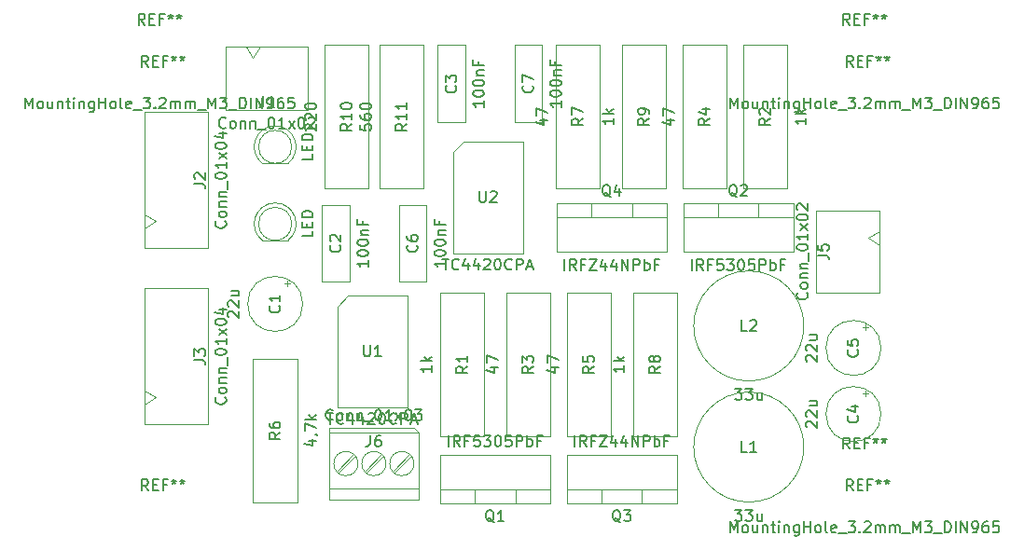
<source format=gbr>
G04 #@! TF.GenerationSoftware,KiCad,Pcbnew,(5.1.4)-1*
G04 #@! TF.CreationDate,2020-09-21T10:08:00+03:00*
G04 #@! TF.ProjectId,peltier,70656c74-6965-4722-9e6b-696361645f70,rev?*
G04 #@! TF.SameCoordinates,Original*
G04 #@! TF.FileFunction,Other,Fab,Top*
%FSLAX46Y46*%
G04 Gerber Fmt 4.6, Leading zero omitted, Abs format (unit mm)*
G04 Created by KiCad (PCBNEW (5.1.4)-1) date 2020-09-21 10:08:00*
%MOMM*%
%LPD*%
G04 APERTURE LIST*
%ADD10C,0.100000*%
%ADD11C,0.150000*%
G04 APERTURE END LIST*
D10*
X143719000Y-111835000D02*
X145254000Y-110300000D01*
X143585000Y-111700000D02*
X145120000Y-110165000D01*
X146259000Y-111835000D02*
X147794000Y-110300000D01*
X146125000Y-111700000D02*
X147660000Y-110165000D01*
X148799000Y-111835000D02*
X150335000Y-110300000D01*
X148665000Y-111700000D02*
X150201000Y-110165000D01*
X151000000Y-113250000D02*
X142920000Y-113250000D01*
X151000000Y-108150000D02*
X142920000Y-108150000D01*
X151000000Y-108150000D02*
X151000000Y-114250000D01*
X150600000Y-107750000D02*
X151000000Y-108150000D01*
X142920000Y-107750000D02*
X150600000Y-107750000D01*
X142920000Y-114250000D02*
X142920000Y-107750000D01*
X151000000Y-114250000D02*
X142920000Y-114250000D01*
X145520000Y-111000000D02*
G75*
G03X145520000Y-111000000I-1100000J0D01*
G01*
X148060000Y-111000000D02*
G75*
G03X148060000Y-111000000I-1100000J0D01*
G01*
X150600000Y-111000000D02*
G75*
G03X150600000Y-111000000I-1100000J0D01*
G01*
X154135000Y-82730000D02*
X155135000Y-81730000D01*
X154135000Y-91890000D02*
X154135000Y-82730000D01*
X160485000Y-91890000D02*
X154135000Y-91890000D01*
X160485000Y-81730000D02*
X160485000Y-91890000D01*
X155135000Y-81730000D02*
X160485000Y-81730000D01*
X143635000Y-96730000D02*
X144635000Y-95730000D01*
X143635000Y-105890000D02*
X143635000Y-96730000D01*
X149985000Y-105890000D02*
X143635000Y-105890000D01*
X149985000Y-95730000D02*
X149985000Y-105890000D01*
X144635000Y-95730000D02*
X149985000Y-95730000D01*
X151500000Y-73000000D02*
X147500000Y-73000000D01*
X147500000Y-73000000D02*
X147500000Y-86000000D01*
X147500000Y-86000000D02*
X151500000Y-86000000D01*
X151500000Y-86000000D02*
X151500000Y-73000000D01*
X146500000Y-86000000D02*
X146500000Y-73000000D01*
X142500000Y-86000000D02*
X146500000Y-86000000D01*
X142500000Y-73000000D02*
X142500000Y-86000000D01*
X146500000Y-73000000D02*
X142500000Y-73000000D01*
X173500000Y-86000000D02*
X173500000Y-73000000D01*
X169500000Y-86000000D02*
X173500000Y-86000000D01*
X169500000Y-73000000D02*
X169500000Y-86000000D01*
X173500000Y-73000000D02*
X169500000Y-73000000D01*
X174500000Y-108500000D02*
X174500000Y-95500000D01*
X170500000Y-108500000D02*
X174500000Y-108500000D01*
X170500000Y-95500000D02*
X170500000Y-108500000D01*
X174500000Y-95500000D02*
X170500000Y-95500000D01*
X167500000Y-86000000D02*
X167500000Y-73000000D01*
X163500000Y-86000000D02*
X167500000Y-86000000D01*
X163500000Y-73000000D02*
X163500000Y-86000000D01*
X167500000Y-73000000D02*
X163500000Y-73000000D01*
X136000000Y-101500000D02*
X136000000Y-114500000D01*
X140000000Y-101500000D02*
X136000000Y-101500000D01*
X140000000Y-114500000D02*
X140000000Y-101500000D01*
X136000000Y-114500000D02*
X140000000Y-114500000D01*
X168500000Y-108500000D02*
X168500000Y-95500000D01*
X164500000Y-108500000D02*
X168500000Y-108500000D01*
X164500000Y-95500000D02*
X164500000Y-108500000D01*
X168500000Y-95500000D02*
X164500000Y-95500000D01*
X179000000Y-86000000D02*
X179000000Y-73000000D01*
X175000000Y-86000000D02*
X179000000Y-86000000D01*
X175000000Y-73000000D02*
X175000000Y-86000000D01*
X179000000Y-73000000D02*
X175000000Y-73000000D01*
X163000000Y-108500000D02*
X163000000Y-95500000D01*
X159000000Y-108500000D02*
X163000000Y-108500000D01*
X159000000Y-95500000D02*
X159000000Y-108500000D01*
X163000000Y-95500000D02*
X159000000Y-95500000D01*
X180500000Y-73000000D02*
X180500000Y-86000000D01*
X184500000Y-73000000D02*
X180500000Y-73000000D01*
X184500000Y-86000000D02*
X184500000Y-73000000D01*
X180500000Y-86000000D02*
X184500000Y-86000000D01*
X157000000Y-108500000D02*
X157000000Y-95500000D01*
X153000000Y-108500000D02*
X157000000Y-108500000D01*
X153000000Y-95500000D02*
X153000000Y-108500000D01*
X157000000Y-95500000D02*
X153000000Y-95500000D01*
X170390000Y-87350000D02*
X170390000Y-88620000D01*
X166690000Y-87350000D02*
X166690000Y-88620000D01*
X163540000Y-88620000D02*
X173540000Y-88620000D01*
X173540000Y-87350000D02*
X163540000Y-87350000D01*
X173540000Y-91750000D02*
X173540000Y-87350000D01*
X163540000Y-91750000D02*
X173540000Y-91750000D01*
X163540000Y-87350000D02*
X163540000Y-91750000D01*
X167610000Y-114650000D02*
X167610000Y-113380000D01*
X171310000Y-114650000D02*
X171310000Y-113380000D01*
X174460000Y-113380000D02*
X164460000Y-113380000D01*
X164460000Y-114650000D02*
X174460000Y-114650000D01*
X164460000Y-110250000D02*
X164460000Y-114650000D01*
X174460000Y-110250000D02*
X164460000Y-110250000D01*
X174460000Y-114650000D02*
X174460000Y-110250000D01*
X181890000Y-87350000D02*
X181890000Y-88620000D01*
X178190000Y-87350000D02*
X178190000Y-88620000D01*
X175040000Y-88620000D02*
X185040000Y-88620000D01*
X185040000Y-87350000D02*
X175040000Y-87350000D01*
X185040000Y-91750000D02*
X185040000Y-87350000D01*
X175040000Y-91750000D02*
X185040000Y-91750000D01*
X175040000Y-87350000D02*
X175040000Y-91750000D01*
X156110000Y-114650000D02*
X156110000Y-113380000D01*
X159810000Y-114650000D02*
X159810000Y-113380000D01*
X162960000Y-113380000D02*
X152960000Y-113380000D01*
X152960000Y-114650000D02*
X162960000Y-114650000D01*
X152960000Y-110250000D02*
X152960000Y-114650000D01*
X162960000Y-110250000D02*
X152960000Y-110250000D01*
X162960000Y-114650000D02*
X162960000Y-110250000D01*
X186000000Y-98500000D02*
G75*
G03X186000000Y-98500000I-5000000J0D01*
G01*
X186000000Y-109500000D02*
G75*
G03X186000000Y-109500000I-5000000J0D01*
G01*
X191850000Y-90500000D02*
X192850000Y-91125000D01*
X192850000Y-89875000D02*
X191850000Y-90500000D01*
X192850000Y-95450000D02*
X192850000Y-88050000D01*
X187100000Y-95450000D02*
X192850000Y-95450000D01*
X187100000Y-88050000D02*
X187100000Y-95450000D01*
X192850000Y-88050000D02*
X187100000Y-88050000D01*
X127150000Y-105000000D02*
X126150000Y-104375000D01*
X126150000Y-105625000D02*
X127150000Y-105000000D01*
X126150000Y-95050000D02*
X126150000Y-107450000D01*
X131900000Y-95050000D02*
X126150000Y-95050000D01*
X131900000Y-107450000D02*
X131900000Y-95050000D01*
X126150000Y-107450000D02*
X131900000Y-107450000D01*
X127150000Y-89000000D02*
X126150000Y-88375000D01*
X126150000Y-89625000D02*
X127150000Y-89000000D01*
X126150000Y-79050000D02*
X126150000Y-91450000D01*
X131900000Y-79050000D02*
X126150000Y-79050000D01*
X131900000Y-91450000D02*
X131900000Y-79050000D01*
X126150000Y-91450000D02*
X131900000Y-91450000D01*
X136000000Y-74150000D02*
X136625000Y-73150000D01*
X135375000Y-73150000D02*
X136000000Y-74150000D01*
X140950000Y-73150000D02*
X133550000Y-73150000D01*
X140950000Y-78900000D02*
X140950000Y-73150000D01*
X133550000Y-78900000D02*
X140950000Y-78900000D01*
X133550000Y-73150000D02*
X133550000Y-78900000D01*
X136833810Y-90730000D02*
X139166190Y-90730000D01*
X139500000Y-89230000D02*
G75*
G03X139500000Y-89230000I-1500000J0D01*
G01*
X139165476Y-90730555D02*
G75*
G03X136833810Y-90730000I-1165476J1500555D01*
G01*
X136833810Y-83730000D02*
X139166190Y-83730000D01*
X139500000Y-82230000D02*
G75*
G03X139500000Y-82230000I-1500000J0D01*
G01*
X139165476Y-83730555D02*
G75*
G03X136833810Y-83730000I-1165476J1500555D01*
G01*
X159750000Y-73000000D02*
X159750000Y-80000000D01*
X162250000Y-73000000D02*
X159750000Y-73000000D01*
X162250000Y-80000000D02*
X162250000Y-73000000D01*
X159750000Y-80000000D02*
X162250000Y-80000000D01*
X149250000Y-87500000D02*
X149250000Y-94500000D01*
X151750000Y-87500000D02*
X149250000Y-87500000D01*
X151750000Y-94500000D02*
X151750000Y-87500000D01*
X149250000Y-94500000D02*
X151750000Y-94500000D01*
X191837500Y-98616395D02*
X191337500Y-98616395D01*
X191587500Y-98366395D02*
X191587500Y-98866395D01*
X193000000Y-100500000D02*
G75*
G03X193000000Y-100500000I-2500000J0D01*
G01*
X191837500Y-104616395D02*
X191337500Y-104616395D01*
X191587500Y-104366395D02*
X191587500Y-104866395D01*
X193000000Y-106500000D02*
G75*
G03X193000000Y-106500000I-2500000J0D01*
G01*
X152750000Y-73000000D02*
X152750000Y-80000000D01*
X155250000Y-73000000D02*
X152750000Y-73000000D01*
X155250000Y-80000000D02*
X155250000Y-73000000D01*
X152750000Y-80000000D02*
X155250000Y-80000000D01*
X142250000Y-87500000D02*
X142250000Y-94500000D01*
X144750000Y-87500000D02*
X142250000Y-87500000D01*
X144750000Y-94500000D02*
X144750000Y-87500000D01*
X142250000Y-94500000D02*
X144750000Y-94500000D01*
X140500000Y-96500000D02*
G75*
G03X140500000Y-96500000I-2500000J0D01*
G01*
X139087500Y-94366395D02*
X139087500Y-94866395D01*
X139337500Y-94616395D02*
X138837500Y-94616395D01*
D11*
X143221904Y-106987142D02*
X143174285Y-107034761D01*
X143031428Y-107082380D01*
X142936190Y-107082380D01*
X142793333Y-107034761D01*
X142698095Y-106939523D01*
X142650476Y-106844285D01*
X142602857Y-106653809D01*
X142602857Y-106510952D01*
X142650476Y-106320476D01*
X142698095Y-106225238D01*
X142793333Y-106130000D01*
X142936190Y-106082380D01*
X143031428Y-106082380D01*
X143174285Y-106130000D01*
X143221904Y-106177619D01*
X143793333Y-107082380D02*
X143698095Y-107034761D01*
X143650476Y-106987142D01*
X143602857Y-106891904D01*
X143602857Y-106606190D01*
X143650476Y-106510952D01*
X143698095Y-106463333D01*
X143793333Y-106415714D01*
X143936190Y-106415714D01*
X144031428Y-106463333D01*
X144079047Y-106510952D01*
X144126666Y-106606190D01*
X144126666Y-106891904D01*
X144079047Y-106987142D01*
X144031428Y-107034761D01*
X143936190Y-107082380D01*
X143793333Y-107082380D01*
X144555238Y-106415714D02*
X144555238Y-107082380D01*
X144555238Y-106510952D02*
X144602857Y-106463333D01*
X144698095Y-106415714D01*
X144840952Y-106415714D01*
X144936190Y-106463333D01*
X144983809Y-106558571D01*
X144983809Y-107082380D01*
X145460000Y-106415714D02*
X145460000Y-107082380D01*
X145460000Y-106510952D02*
X145507619Y-106463333D01*
X145602857Y-106415714D01*
X145745714Y-106415714D01*
X145840952Y-106463333D01*
X145888571Y-106558571D01*
X145888571Y-107082380D01*
X146126666Y-107177619D02*
X146888571Y-107177619D01*
X147317142Y-106082380D02*
X147412380Y-106082380D01*
X147507619Y-106130000D01*
X147555238Y-106177619D01*
X147602857Y-106272857D01*
X147650476Y-106463333D01*
X147650476Y-106701428D01*
X147602857Y-106891904D01*
X147555238Y-106987142D01*
X147507619Y-107034761D01*
X147412380Y-107082380D01*
X147317142Y-107082380D01*
X147221904Y-107034761D01*
X147174285Y-106987142D01*
X147126666Y-106891904D01*
X147079047Y-106701428D01*
X147079047Y-106463333D01*
X147126666Y-106272857D01*
X147174285Y-106177619D01*
X147221904Y-106130000D01*
X147317142Y-106082380D01*
X148602857Y-107082380D02*
X148031428Y-107082380D01*
X148317142Y-107082380D02*
X148317142Y-106082380D01*
X148221904Y-106225238D01*
X148126666Y-106320476D01*
X148031428Y-106368095D01*
X148936190Y-107082380D02*
X149460000Y-106415714D01*
X148936190Y-106415714D02*
X149460000Y-107082380D01*
X150031428Y-106082380D02*
X150126666Y-106082380D01*
X150221904Y-106130000D01*
X150269523Y-106177619D01*
X150317142Y-106272857D01*
X150364761Y-106463333D01*
X150364761Y-106701428D01*
X150317142Y-106891904D01*
X150269523Y-106987142D01*
X150221904Y-107034761D01*
X150126666Y-107082380D01*
X150031428Y-107082380D01*
X149936190Y-107034761D01*
X149888571Y-106987142D01*
X149840952Y-106891904D01*
X149793333Y-106701428D01*
X149793333Y-106463333D01*
X149840952Y-106272857D01*
X149888571Y-106177619D01*
X149936190Y-106130000D01*
X150031428Y-106082380D01*
X150698095Y-106082380D02*
X151317142Y-106082380D01*
X150983809Y-106463333D01*
X151126666Y-106463333D01*
X151221904Y-106510952D01*
X151269523Y-106558571D01*
X151317142Y-106653809D01*
X151317142Y-106891904D01*
X151269523Y-106987142D01*
X151221904Y-107034761D01*
X151126666Y-107082380D01*
X150840952Y-107082380D01*
X150745714Y-107034761D01*
X150698095Y-106987142D01*
X146626666Y-108452380D02*
X146626666Y-109166666D01*
X146579047Y-109309523D01*
X146483809Y-109404761D01*
X146340952Y-109452380D01*
X146245714Y-109452380D01*
X147531428Y-108452380D02*
X147340952Y-108452380D01*
X147245714Y-108500000D01*
X147198095Y-108547619D01*
X147102857Y-108690476D01*
X147055238Y-108880952D01*
X147055238Y-109261904D01*
X147102857Y-109357142D01*
X147150476Y-109404761D01*
X147245714Y-109452380D01*
X147436190Y-109452380D01*
X147531428Y-109404761D01*
X147579047Y-109357142D01*
X147626666Y-109261904D01*
X147626666Y-109023809D01*
X147579047Y-108928571D01*
X147531428Y-108880952D01*
X147436190Y-108833333D01*
X147245714Y-108833333D01*
X147150476Y-108880952D01*
X147102857Y-108928571D01*
X147055238Y-109023809D01*
X126466666Y-113452380D02*
X126133333Y-112976190D01*
X125895238Y-113452380D02*
X125895238Y-112452380D01*
X126276190Y-112452380D01*
X126371428Y-112500000D01*
X126419047Y-112547619D01*
X126466666Y-112642857D01*
X126466666Y-112785714D01*
X126419047Y-112880952D01*
X126371428Y-112928571D01*
X126276190Y-112976190D01*
X125895238Y-112976190D01*
X126895238Y-112928571D02*
X127228571Y-112928571D01*
X127371428Y-113452380D02*
X126895238Y-113452380D01*
X126895238Y-112452380D01*
X127371428Y-112452380D01*
X128133333Y-112928571D02*
X127800000Y-112928571D01*
X127800000Y-113452380D02*
X127800000Y-112452380D01*
X128276190Y-112452380D01*
X128800000Y-112452380D02*
X128800000Y-112690476D01*
X128561904Y-112595238D02*
X128800000Y-112690476D01*
X129038095Y-112595238D01*
X128657142Y-112880952D02*
X128800000Y-112690476D01*
X128942857Y-112880952D01*
X129561904Y-112452380D02*
X129561904Y-112690476D01*
X129323809Y-112595238D02*
X129561904Y-112690476D01*
X129800000Y-112595238D01*
X129419047Y-112880952D02*
X129561904Y-112690476D01*
X129704761Y-112880952D01*
X126166666Y-71152380D02*
X125833333Y-70676190D01*
X125595238Y-71152380D02*
X125595238Y-70152380D01*
X125976190Y-70152380D01*
X126071428Y-70200000D01*
X126119047Y-70247619D01*
X126166666Y-70342857D01*
X126166666Y-70485714D01*
X126119047Y-70580952D01*
X126071428Y-70628571D01*
X125976190Y-70676190D01*
X125595238Y-70676190D01*
X126595238Y-70628571D02*
X126928571Y-70628571D01*
X127071428Y-71152380D02*
X126595238Y-71152380D01*
X126595238Y-70152380D01*
X127071428Y-70152380D01*
X127833333Y-70628571D02*
X127500000Y-70628571D01*
X127500000Y-71152380D02*
X127500000Y-70152380D01*
X127976190Y-70152380D01*
X128500000Y-70152380D02*
X128500000Y-70390476D01*
X128261904Y-70295238D02*
X128500000Y-70390476D01*
X128738095Y-70295238D01*
X128357142Y-70580952D02*
X128500000Y-70390476D01*
X128642857Y-70580952D01*
X129261904Y-70152380D02*
X129261904Y-70390476D01*
X129023809Y-70295238D02*
X129261904Y-70390476D01*
X129500000Y-70295238D01*
X129119047Y-70580952D02*
X129261904Y-70390476D01*
X129404761Y-70580952D01*
X115309523Y-78752380D02*
X115309523Y-77752380D01*
X115642857Y-78466666D01*
X115976190Y-77752380D01*
X115976190Y-78752380D01*
X116595238Y-78752380D02*
X116500000Y-78704761D01*
X116452380Y-78657142D01*
X116404761Y-78561904D01*
X116404761Y-78276190D01*
X116452380Y-78180952D01*
X116500000Y-78133333D01*
X116595238Y-78085714D01*
X116738095Y-78085714D01*
X116833333Y-78133333D01*
X116880952Y-78180952D01*
X116928571Y-78276190D01*
X116928571Y-78561904D01*
X116880952Y-78657142D01*
X116833333Y-78704761D01*
X116738095Y-78752380D01*
X116595238Y-78752380D01*
X117785714Y-78085714D02*
X117785714Y-78752380D01*
X117357142Y-78085714D02*
X117357142Y-78609523D01*
X117404761Y-78704761D01*
X117500000Y-78752380D01*
X117642857Y-78752380D01*
X117738095Y-78704761D01*
X117785714Y-78657142D01*
X118261904Y-78085714D02*
X118261904Y-78752380D01*
X118261904Y-78180952D02*
X118309523Y-78133333D01*
X118404761Y-78085714D01*
X118547619Y-78085714D01*
X118642857Y-78133333D01*
X118690476Y-78228571D01*
X118690476Y-78752380D01*
X119023809Y-78085714D02*
X119404761Y-78085714D01*
X119166666Y-77752380D02*
X119166666Y-78609523D01*
X119214285Y-78704761D01*
X119309523Y-78752380D01*
X119404761Y-78752380D01*
X119738095Y-78752380D02*
X119738095Y-78085714D01*
X119738095Y-77752380D02*
X119690476Y-77800000D01*
X119738095Y-77847619D01*
X119785714Y-77800000D01*
X119738095Y-77752380D01*
X119738095Y-77847619D01*
X120214285Y-78085714D02*
X120214285Y-78752380D01*
X120214285Y-78180952D02*
X120261904Y-78133333D01*
X120357142Y-78085714D01*
X120500000Y-78085714D01*
X120595238Y-78133333D01*
X120642857Y-78228571D01*
X120642857Y-78752380D01*
X121547619Y-78085714D02*
X121547619Y-78895238D01*
X121500000Y-78990476D01*
X121452380Y-79038095D01*
X121357142Y-79085714D01*
X121214285Y-79085714D01*
X121119047Y-79038095D01*
X121547619Y-78704761D02*
X121452380Y-78752380D01*
X121261904Y-78752380D01*
X121166666Y-78704761D01*
X121119047Y-78657142D01*
X121071428Y-78561904D01*
X121071428Y-78276190D01*
X121119047Y-78180952D01*
X121166666Y-78133333D01*
X121261904Y-78085714D01*
X121452380Y-78085714D01*
X121547619Y-78133333D01*
X122023809Y-78752380D02*
X122023809Y-77752380D01*
X122023809Y-78228571D02*
X122595238Y-78228571D01*
X122595238Y-78752380D02*
X122595238Y-77752380D01*
X123214285Y-78752380D02*
X123119047Y-78704761D01*
X123071428Y-78657142D01*
X123023809Y-78561904D01*
X123023809Y-78276190D01*
X123071428Y-78180952D01*
X123119047Y-78133333D01*
X123214285Y-78085714D01*
X123357142Y-78085714D01*
X123452380Y-78133333D01*
X123500000Y-78180952D01*
X123547619Y-78276190D01*
X123547619Y-78561904D01*
X123500000Y-78657142D01*
X123452380Y-78704761D01*
X123357142Y-78752380D01*
X123214285Y-78752380D01*
X124119047Y-78752380D02*
X124023809Y-78704761D01*
X123976190Y-78609523D01*
X123976190Y-77752380D01*
X124880952Y-78704761D02*
X124785714Y-78752380D01*
X124595238Y-78752380D01*
X124500000Y-78704761D01*
X124452380Y-78609523D01*
X124452380Y-78228571D01*
X124500000Y-78133333D01*
X124595238Y-78085714D01*
X124785714Y-78085714D01*
X124880952Y-78133333D01*
X124928571Y-78228571D01*
X124928571Y-78323809D01*
X124452380Y-78419047D01*
X125119047Y-78847619D02*
X125880952Y-78847619D01*
X126023809Y-77752380D02*
X126642857Y-77752380D01*
X126309523Y-78133333D01*
X126452380Y-78133333D01*
X126547619Y-78180952D01*
X126595238Y-78228571D01*
X126642857Y-78323809D01*
X126642857Y-78561904D01*
X126595238Y-78657142D01*
X126547619Y-78704761D01*
X126452380Y-78752380D01*
X126166666Y-78752380D01*
X126071428Y-78704761D01*
X126023809Y-78657142D01*
X127071428Y-78657142D02*
X127119047Y-78704761D01*
X127071428Y-78752380D01*
X127023809Y-78704761D01*
X127071428Y-78657142D01*
X127071428Y-78752380D01*
X127499999Y-77847619D02*
X127547619Y-77800000D01*
X127642857Y-77752380D01*
X127880952Y-77752380D01*
X127976190Y-77800000D01*
X128023809Y-77847619D01*
X128071428Y-77942857D01*
X128071428Y-78038095D01*
X128023809Y-78180952D01*
X127452380Y-78752380D01*
X128071428Y-78752380D01*
X128499999Y-78752380D02*
X128499999Y-78085714D01*
X128499999Y-78180952D02*
X128547619Y-78133333D01*
X128642857Y-78085714D01*
X128785714Y-78085714D01*
X128880952Y-78133333D01*
X128928571Y-78228571D01*
X128928571Y-78752380D01*
X128928571Y-78228571D02*
X128976190Y-78133333D01*
X129071428Y-78085714D01*
X129214285Y-78085714D01*
X129309523Y-78133333D01*
X129357142Y-78228571D01*
X129357142Y-78752380D01*
X129833333Y-78752380D02*
X129833333Y-78085714D01*
X129833333Y-78180952D02*
X129880952Y-78133333D01*
X129976190Y-78085714D01*
X130119047Y-78085714D01*
X130214285Y-78133333D01*
X130261904Y-78228571D01*
X130261904Y-78752380D01*
X130261904Y-78228571D02*
X130309523Y-78133333D01*
X130404761Y-78085714D01*
X130547619Y-78085714D01*
X130642857Y-78133333D01*
X130690476Y-78228571D01*
X130690476Y-78752380D01*
X130928571Y-78847619D02*
X131690476Y-78847619D01*
X131928571Y-78752380D02*
X131928571Y-77752380D01*
X132261904Y-78466666D01*
X132595238Y-77752380D01*
X132595238Y-78752380D01*
X132976190Y-77752380D02*
X133595238Y-77752380D01*
X133261904Y-78133333D01*
X133404761Y-78133333D01*
X133500000Y-78180952D01*
X133547619Y-78228571D01*
X133595238Y-78323809D01*
X133595238Y-78561904D01*
X133547619Y-78657142D01*
X133500000Y-78704761D01*
X133404761Y-78752380D01*
X133119047Y-78752380D01*
X133023809Y-78704761D01*
X132976190Y-78657142D01*
X133785714Y-78847619D02*
X134547619Y-78847619D01*
X134785714Y-78752380D02*
X134785714Y-77752380D01*
X135023809Y-77752380D01*
X135166666Y-77800000D01*
X135261904Y-77895238D01*
X135309523Y-77990476D01*
X135357142Y-78180952D01*
X135357142Y-78323809D01*
X135309523Y-78514285D01*
X135261904Y-78609523D01*
X135166666Y-78704761D01*
X135023809Y-78752380D01*
X134785714Y-78752380D01*
X135785714Y-78752380D02*
X135785714Y-77752380D01*
X136261904Y-78752380D02*
X136261904Y-77752380D01*
X136833333Y-78752380D01*
X136833333Y-77752380D01*
X137357142Y-78752380D02*
X137547619Y-78752380D01*
X137642857Y-78704761D01*
X137690476Y-78657142D01*
X137785714Y-78514285D01*
X137833333Y-78323809D01*
X137833333Y-77942857D01*
X137785714Y-77847619D01*
X137738095Y-77800000D01*
X137642857Y-77752380D01*
X137452380Y-77752380D01*
X137357142Y-77800000D01*
X137309523Y-77847619D01*
X137261904Y-77942857D01*
X137261904Y-78180952D01*
X137309523Y-78276190D01*
X137357142Y-78323809D01*
X137452380Y-78371428D01*
X137642857Y-78371428D01*
X137738095Y-78323809D01*
X137785714Y-78276190D01*
X137833333Y-78180952D01*
X138690476Y-77752380D02*
X138500000Y-77752380D01*
X138404761Y-77800000D01*
X138357142Y-77847619D01*
X138261904Y-77990476D01*
X138214285Y-78180952D01*
X138214285Y-78561904D01*
X138261904Y-78657142D01*
X138309523Y-78704761D01*
X138404761Y-78752380D01*
X138595238Y-78752380D01*
X138690476Y-78704761D01*
X138738095Y-78657142D01*
X138785714Y-78561904D01*
X138785714Y-78323809D01*
X138738095Y-78228571D01*
X138690476Y-78180952D01*
X138595238Y-78133333D01*
X138404761Y-78133333D01*
X138309523Y-78180952D01*
X138261904Y-78228571D01*
X138214285Y-78323809D01*
X139690476Y-77752380D02*
X139214285Y-77752380D01*
X139166666Y-78228571D01*
X139214285Y-78180952D01*
X139309523Y-78133333D01*
X139547619Y-78133333D01*
X139642857Y-78180952D01*
X139690476Y-78228571D01*
X139738095Y-78323809D01*
X139738095Y-78561904D01*
X139690476Y-78657142D01*
X139642857Y-78704761D01*
X139547619Y-78752380D01*
X139309523Y-78752380D01*
X139214285Y-78704761D01*
X139166666Y-78657142D01*
X126466666Y-74952380D02*
X126133333Y-74476190D01*
X125895238Y-74952380D02*
X125895238Y-73952380D01*
X126276190Y-73952380D01*
X126371428Y-74000000D01*
X126419047Y-74047619D01*
X126466666Y-74142857D01*
X126466666Y-74285714D01*
X126419047Y-74380952D01*
X126371428Y-74428571D01*
X126276190Y-74476190D01*
X125895238Y-74476190D01*
X126895238Y-74428571D02*
X127228571Y-74428571D01*
X127371428Y-74952380D02*
X126895238Y-74952380D01*
X126895238Y-73952380D01*
X127371428Y-73952380D01*
X128133333Y-74428571D02*
X127800000Y-74428571D01*
X127800000Y-74952380D02*
X127800000Y-73952380D01*
X128276190Y-73952380D01*
X128800000Y-73952380D02*
X128800000Y-74190476D01*
X128561904Y-74095238D02*
X128800000Y-74190476D01*
X129038095Y-74095238D01*
X128657142Y-74380952D02*
X128800000Y-74190476D01*
X128942857Y-74380952D01*
X129561904Y-73952380D02*
X129561904Y-74190476D01*
X129323809Y-74095238D02*
X129561904Y-74190476D01*
X129800000Y-74095238D01*
X129419047Y-74380952D02*
X129561904Y-74190476D01*
X129704761Y-74380952D01*
X190166666Y-71152380D02*
X189833333Y-70676190D01*
X189595238Y-71152380D02*
X189595238Y-70152380D01*
X189976190Y-70152380D01*
X190071428Y-70200000D01*
X190119047Y-70247619D01*
X190166666Y-70342857D01*
X190166666Y-70485714D01*
X190119047Y-70580952D01*
X190071428Y-70628571D01*
X189976190Y-70676190D01*
X189595238Y-70676190D01*
X190595238Y-70628571D02*
X190928571Y-70628571D01*
X191071428Y-71152380D02*
X190595238Y-71152380D01*
X190595238Y-70152380D01*
X191071428Y-70152380D01*
X191833333Y-70628571D02*
X191500000Y-70628571D01*
X191500000Y-71152380D02*
X191500000Y-70152380D01*
X191976190Y-70152380D01*
X192500000Y-70152380D02*
X192500000Y-70390476D01*
X192261904Y-70295238D02*
X192500000Y-70390476D01*
X192738095Y-70295238D01*
X192357142Y-70580952D02*
X192500000Y-70390476D01*
X192642857Y-70580952D01*
X193261904Y-70152380D02*
X193261904Y-70390476D01*
X193023809Y-70295238D02*
X193261904Y-70390476D01*
X193500000Y-70295238D01*
X193119047Y-70580952D02*
X193261904Y-70390476D01*
X193404761Y-70580952D01*
X179309523Y-78752380D02*
X179309523Y-77752380D01*
X179642857Y-78466666D01*
X179976190Y-77752380D01*
X179976190Y-78752380D01*
X180595238Y-78752380D02*
X180500000Y-78704761D01*
X180452380Y-78657142D01*
X180404761Y-78561904D01*
X180404761Y-78276190D01*
X180452380Y-78180952D01*
X180500000Y-78133333D01*
X180595238Y-78085714D01*
X180738095Y-78085714D01*
X180833333Y-78133333D01*
X180880952Y-78180952D01*
X180928571Y-78276190D01*
X180928571Y-78561904D01*
X180880952Y-78657142D01*
X180833333Y-78704761D01*
X180738095Y-78752380D01*
X180595238Y-78752380D01*
X181785714Y-78085714D02*
X181785714Y-78752380D01*
X181357142Y-78085714D02*
X181357142Y-78609523D01*
X181404761Y-78704761D01*
X181500000Y-78752380D01*
X181642857Y-78752380D01*
X181738095Y-78704761D01*
X181785714Y-78657142D01*
X182261904Y-78085714D02*
X182261904Y-78752380D01*
X182261904Y-78180952D02*
X182309523Y-78133333D01*
X182404761Y-78085714D01*
X182547619Y-78085714D01*
X182642857Y-78133333D01*
X182690476Y-78228571D01*
X182690476Y-78752380D01*
X183023809Y-78085714D02*
X183404761Y-78085714D01*
X183166666Y-77752380D02*
X183166666Y-78609523D01*
X183214285Y-78704761D01*
X183309523Y-78752380D01*
X183404761Y-78752380D01*
X183738095Y-78752380D02*
X183738095Y-78085714D01*
X183738095Y-77752380D02*
X183690476Y-77800000D01*
X183738095Y-77847619D01*
X183785714Y-77800000D01*
X183738095Y-77752380D01*
X183738095Y-77847619D01*
X184214285Y-78085714D02*
X184214285Y-78752380D01*
X184214285Y-78180952D02*
X184261904Y-78133333D01*
X184357142Y-78085714D01*
X184500000Y-78085714D01*
X184595238Y-78133333D01*
X184642857Y-78228571D01*
X184642857Y-78752380D01*
X185547619Y-78085714D02*
X185547619Y-78895238D01*
X185500000Y-78990476D01*
X185452380Y-79038095D01*
X185357142Y-79085714D01*
X185214285Y-79085714D01*
X185119047Y-79038095D01*
X185547619Y-78704761D02*
X185452380Y-78752380D01*
X185261904Y-78752380D01*
X185166666Y-78704761D01*
X185119047Y-78657142D01*
X185071428Y-78561904D01*
X185071428Y-78276190D01*
X185119047Y-78180952D01*
X185166666Y-78133333D01*
X185261904Y-78085714D01*
X185452380Y-78085714D01*
X185547619Y-78133333D01*
X186023809Y-78752380D02*
X186023809Y-77752380D01*
X186023809Y-78228571D02*
X186595238Y-78228571D01*
X186595238Y-78752380D02*
X186595238Y-77752380D01*
X187214285Y-78752380D02*
X187119047Y-78704761D01*
X187071428Y-78657142D01*
X187023809Y-78561904D01*
X187023809Y-78276190D01*
X187071428Y-78180952D01*
X187119047Y-78133333D01*
X187214285Y-78085714D01*
X187357142Y-78085714D01*
X187452380Y-78133333D01*
X187500000Y-78180952D01*
X187547619Y-78276190D01*
X187547619Y-78561904D01*
X187500000Y-78657142D01*
X187452380Y-78704761D01*
X187357142Y-78752380D01*
X187214285Y-78752380D01*
X188119047Y-78752380D02*
X188023809Y-78704761D01*
X187976190Y-78609523D01*
X187976190Y-77752380D01*
X188880952Y-78704761D02*
X188785714Y-78752380D01*
X188595238Y-78752380D01*
X188500000Y-78704761D01*
X188452380Y-78609523D01*
X188452380Y-78228571D01*
X188500000Y-78133333D01*
X188595238Y-78085714D01*
X188785714Y-78085714D01*
X188880952Y-78133333D01*
X188928571Y-78228571D01*
X188928571Y-78323809D01*
X188452380Y-78419047D01*
X189119047Y-78847619D02*
X189880952Y-78847619D01*
X190023809Y-77752380D02*
X190642857Y-77752380D01*
X190309523Y-78133333D01*
X190452380Y-78133333D01*
X190547619Y-78180952D01*
X190595238Y-78228571D01*
X190642857Y-78323809D01*
X190642857Y-78561904D01*
X190595238Y-78657142D01*
X190547619Y-78704761D01*
X190452380Y-78752380D01*
X190166666Y-78752380D01*
X190071428Y-78704761D01*
X190023809Y-78657142D01*
X191071428Y-78657142D02*
X191119047Y-78704761D01*
X191071428Y-78752380D01*
X191023809Y-78704761D01*
X191071428Y-78657142D01*
X191071428Y-78752380D01*
X191500000Y-77847619D02*
X191547619Y-77800000D01*
X191642857Y-77752380D01*
X191880952Y-77752380D01*
X191976190Y-77800000D01*
X192023809Y-77847619D01*
X192071428Y-77942857D01*
X192071428Y-78038095D01*
X192023809Y-78180952D01*
X191452380Y-78752380D01*
X192071428Y-78752380D01*
X192500000Y-78752380D02*
X192500000Y-78085714D01*
X192500000Y-78180952D02*
X192547619Y-78133333D01*
X192642857Y-78085714D01*
X192785714Y-78085714D01*
X192880952Y-78133333D01*
X192928571Y-78228571D01*
X192928571Y-78752380D01*
X192928571Y-78228571D02*
X192976190Y-78133333D01*
X193071428Y-78085714D01*
X193214285Y-78085714D01*
X193309523Y-78133333D01*
X193357142Y-78228571D01*
X193357142Y-78752380D01*
X193833333Y-78752380D02*
X193833333Y-78085714D01*
X193833333Y-78180952D02*
X193880952Y-78133333D01*
X193976190Y-78085714D01*
X194119047Y-78085714D01*
X194214285Y-78133333D01*
X194261904Y-78228571D01*
X194261904Y-78752380D01*
X194261904Y-78228571D02*
X194309523Y-78133333D01*
X194404761Y-78085714D01*
X194547619Y-78085714D01*
X194642857Y-78133333D01*
X194690476Y-78228571D01*
X194690476Y-78752380D01*
X194928571Y-78847619D02*
X195690476Y-78847619D01*
X195928571Y-78752380D02*
X195928571Y-77752380D01*
X196261904Y-78466666D01*
X196595238Y-77752380D01*
X196595238Y-78752380D01*
X196976190Y-77752380D02*
X197595238Y-77752380D01*
X197261904Y-78133333D01*
X197404761Y-78133333D01*
X197500000Y-78180952D01*
X197547619Y-78228571D01*
X197595238Y-78323809D01*
X197595238Y-78561904D01*
X197547619Y-78657142D01*
X197500000Y-78704761D01*
X197404761Y-78752380D01*
X197119047Y-78752380D01*
X197023809Y-78704761D01*
X196976190Y-78657142D01*
X197785714Y-78847619D02*
X198547619Y-78847619D01*
X198785714Y-78752380D02*
X198785714Y-77752380D01*
X199023809Y-77752380D01*
X199166666Y-77800000D01*
X199261904Y-77895238D01*
X199309523Y-77990476D01*
X199357142Y-78180952D01*
X199357142Y-78323809D01*
X199309523Y-78514285D01*
X199261904Y-78609523D01*
X199166666Y-78704761D01*
X199023809Y-78752380D01*
X198785714Y-78752380D01*
X199785714Y-78752380D02*
X199785714Y-77752380D01*
X200261904Y-78752380D02*
X200261904Y-77752380D01*
X200833333Y-78752380D01*
X200833333Y-77752380D01*
X201357142Y-78752380D02*
X201547619Y-78752380D01*
X201642857Y-78704761D01*
X201690476Y-78657142D01*
X201785714Y-78514285D01*
X201833333Y-78323809D01*
X201833333Y-77942857D01*
X201785714Y-77847619D01*
X201738095Y-77800000D01*
X201642857Y-77752380D01*
X201452380Y-77752380D01*
X201357142Y-77800000D01*
X201309523Y-77847619D01*
X201261904Y-77942857D01*
X201261904Y-78180952D01*
X201309523Y-78276190D01*
X201357142Y-78323809D01*
X201452380Y-78371428D01*
X201642857Y-78371428D01*
X201738095Y-78323809D01*
X201785714Y-78276190D01*
X201833333Y-78180952D01*
X202690476Y-77752380D02*
X202500000Y-77752380D01*
X202404761Y-77800000D01*
X202357142Y-77847619D01*
X202261904Y-77990476D01*
X202214285Y-78180952D01*
X202214285Y-78561904D01*
X202261904Y-78657142D01*
X202309523Y-78704761D01*
X202404761Y-78752380D01*
X202595238Y-78752380D01*
X202690476Y-78704761D01*
X202738095Y-78657142D01*
X202785714Y-78561904D01*
X202785714Y-78323809D01*
X202738095Y-78228571D01*
X202690476Y-78180952D01*
X202595238Y-78133333D01*
X202404761Y-78133333D01*
X202309523Y-78180952D01*
X202261904Y-78228571D01*
X202214285Y-78323809D01*
X203690476Y-77752380D02*
X203214285Y-77752380D01*
X203166666Y-78228571D01*
X203214285Y-78180952D01*
X203309523Y-78133333D01*
X203547619Y-78133333D01*
X203642857Y-78180952D01*
X203690476Y-78228571D01*
X203738095Y-78323809D01*
X203738095Y-78561904D01*
X203690476Y-78657142D01*
X203642857Y-78704761D01*
X203547619Y-78752380D01*
X203309523Y-78752380D01*
X203214285Y-78704761D01*
X203166666Y-78657142D01*
X190466666Y-74952380D02*
X190133333Y-74476190D01*
X189895238Y-74952380D02*
X189895238Y-73952380D01*
X190276190Y-73952380D01*
X190371428Y-74000000D01*
X190419047Y-74047619D01*
X190466666Y-74142857D01*
X190466666Y-74285714D01*
X190419047Y-74380952D01*
X190371428Y-74428571D01*
X190276190Y-74476190D01*
X189895238Y-74476190D01*
X190895238Y-74428571D02*
X191228571Y-74428571D01*
X191371428Y-74952380D02*
X190895238Y-74952380D01*
X190895238Y-73952380D01*
X191371428Y-73952380D01*
X192133333Y-74428571D02*
X191800000Y-74428571D01*
X191800000Y-74952380D02*
X191800000Y-73952380D01*
X192276190Y-73952380D01*
X192800000Y-73952380D02*
X192800000Y-74190476D01*
X192561904Y-74095238D02*
X192800000Y-74190476D01*
X193038095Y-74095238D01*
X192657142Y-74380952D02*
X192800000Y-74190476D01*
X192942857Y-74380952D01*
X193561904Y-73952380D02*
X193561904Y-74190476D01*
X193323809Y-74095238D02*
X193561904Y-74190476D01*
X193800000Y-74095238D01*
X193419047Y-74380952D02*
X193561904Y-74190476D01*
X193704761Y-74380952D01*
X190166666Y-109652380D02*
X189833333Y-109176190D01*
X189595238Y-109652380D02*
X189595238Y-108652380D01*
X189976190Y-108652380D01*
X190071428Y-108700000D01*
X190119047Y-108747619D01*
X190166666Y-108842857D01*
X190166666Y-108985714D01*
X190119047Y-109080952D01*
X190071428Y-109128571D01*
X189976190Y-109176190D01*
X189595238Y-109176190D01*
X190595238Y-109128571D02*
X190928571Y-109128571D01*
X191071428Y-109652380D02*
X190595238Y-109652380D01*
X190595238Y-108652380D01*
X191071428Y-108652380D01*
X191833333Y-109128571D02*
X191500000Y-109128571D01*
X191500000Y-109652380D02*
X191500000Y-108652380D01*
X191976190Y-108652380D01*
X192500000Y-108652380D02*
X192500000Y-108890476D01*
X192261904Y-108795238D02*
X192500000Y-108890476D01*
X192738095Y-108795238D01*
X192357142Y-109080952D02*
X192500000Y-108890476D01*
X192642857Y-109080952D01*
X193261904Y-108652380D02*
X193261904Y-108890476D01*
X193023809Y-108795238D02*
X193261904Y-108890476D01*
X193500000Y-108795238D01*
X193119047Y-109080952D02*
X193261904Y-108890476D01*
X193404761Y-109080952D01*
X179309523Y-117252380D02*
X179309523Y-116252380D01*
X179642857Y-116966666D01*
X179976190Y-116252380D01*
X179976190Y-117252380D01*
X180595238Y-117252380D02*
X180500000Y-117204761D01*
X180452380Y-117157142D01*
X180404761Y-117061904D01*
X180404761Y-116776190D01*
X180452380Y-116680952D01*
X180500000Y-116633333D01*
X180595238Y-116585714D01*
X180738095Y-116585714D01*
X180833333Y-116633333D01*
X180880952Y-116680952D01*
X180928571Y-116776190D01*
X180928571Y-117061904D01*
X180880952Y-117157142D01*
X180833333Y-117204761D01*
X180738095Y-117252380D01*
X180595238Y-117252380D01*
X181785714Y-116585714D02*
X181785714Y-117252380D01*
X181357142Y-116585714D02*
X181357142Y-117109523D01*
X181404761Y-117204761D01*
X181500000Y-117252380D01*
X181642857Y-117252380D01*
X181738095Y-117204761D01*
X181785714Y-117157142D01*
X182261904Y-116585714D02*
X182261904Y-117252380D01*
X182261904Y-116680952D02*
X182309523Y-116633333D01*
X182404761Y-116585714D01*
X182547619Y-116585714D01*
X182642857Y-116633333D01*
X182690476Y-116728571D01*
X182690476Y-117252380D01*
X183023809Y-116585714D02*
X183404761Y-116585714D01*
X183166666Y-116252380D02*
X183166666Y-117109523D01*
X183214285Y-117204761D01*
X183309523Y-117252380D01*
X183404761Y-117252380D01*
X183738095Y-117252380D02*
X183738095Y-116585714D01*
X183738095Y-116252380D02*
X183690476Y-116300000D01*
X183738095Y-116347619D01*
X183785714Y-116300000D01*
X183738095Y-116252380D01*
X183738095Y-116347619D01*
X184214285Y-116585714D02*
X184214285Y-117252380D01*
X184214285Y-116680952D02*
X184261904Y-116633333D01*
X184357142Y-116585714D01*
X184500000Y-116585714D01*
X184595238Y-116633333D01*
X184642857Y-116728571D01*
X184642857Y-117252380D01*
X185547619Y-116585714D02*
X185547619Y-117395238D01*
X185500000Y-117490476D01*
X185452380Y-117538095D01*
X185357142Y-117585714D01*
X185214285Y-117585714D01*
X185119047Y-117538095D01*
X185547619Y-117204761D02*
X185452380Y-117252380D01*
X185261904Y-117252380D01*
X185166666Y-117204761D01*
X185119047Y-117157142D01*
X185071428Y-117061904D01*
X185071428Y-116776190D01*
X185119047Y-116680952D01*
X185166666Y-116633333D01*
X185261904Y-116585714D01*
X185452380Y-116585714D01*
X185547619Y-116633333D01*
X186023809Y-117252380D02*
X186023809Y-116252380D01*
X186023809Y-116728571D02*
X186595238Y-116728571D01*
X186595238Y-117252380D02*
X186595238Y-116252380D01*
X187214285Y-117252380D02*
X187119047Y-117204761D01*
X187071428Y-117157142D01*
X187023809Y-117061904D01*
X187023809Y-116776190D01*
X187071428Y-116680952D01*
X187119047Y-116633333D01*
X187214285Y-116585714D01*
X187357142Y-116585714D01*
X187452380Y-116633333D01*
X187500000Y-116680952D01*
X187547619Y-116776190D01*
X187547619Y-117061904D01*
X187500000Y-117157142D01*
X187452380Y-117204761D01*
X187357142Y-117252380D01*
X187214285Y-117252380D01*
X188119047Y-117252380D02*
X188023809Y-117204761D01*
X187976190Y-117109523D01*
X187976190Y-116252380D01*
X188880952Y-117204761D02*
X188785714Y-117252380D01*
X188595238Y-117252380D01*
X188500000Y-117204761D01*
X188452380Y-117109523D01*
X188452380Y-116728571D01*
X188500000Y-116633333D01*
X188595238Y-116585714D01*
X188785714Y-116585714D01*
X188880952Y-116633333D01*
X188928571Y-116728571D01*
X188928571Y-116823809D01*
X188452380Y-116919047D01*
X189119047Y-117347619D02*
X189880952Y-117347619D01*
X190023809Y-116252380D02*
X190642857Y-116252380D01*
X190309523Y-116633333D01*
X190452380Y-116633333D01*
X190547619Y-116680952D01*
X190595238Y-116728571D01*
X190642857Y-116823809D01*
X190642857Y-117061904D01*
X190595238Y-117157142D01*
X190547619Y-117204761D01*
X190452380Y-117252380D01*
X190166666Y-117252380D01*
X190071428Y-117204761D01*
X190023809Y-117157142D01*
X191071428Y-117157142D02*
X191119047Y-117204761D01*
X191071428Y-117252380D01*
X191023809Y-117204761D01*
X191071428Y-117157142D01*
X191071428Y-117252380D01*
X191500000Y-116347619D02*
X191547619Y-116300000D01*
X191642857Y-116252380D01*
X191880952Y-116252380D01*
X191976190Y-116300000D01*
X192023809Y-116347619D01*
X192071428Y-116442857D01*
X192071428Y-116538095D01*
X192023809Y-116680952D01*
X191452380Y-117252380D01*
X192071428Y-117252380D01*
X192500000Y-117252380D02*
X192500000Y-116585714D01*
X192500000Y-116680952D02*
X192547619Y-116633333D01*
X192642857Y-116585714D01*
X192785714Y-116585714D01*
X192880952Y-116633333D01*
X192928571Y-116728571D01*
X192928571Y-117252380D01*
X192928571Y-116728571D02*
X192976190Y-116633333D01*
X193071428Y-116585714D01*
X193214285Y-116585714D01*
X193309523Y-116633333D01*
X193357142Y-116728571D01*
X193357142Y-117252380D01*
X193833333Y-117252380D02*
X193833333Y-116585714D01*
X193833333Y-116680952D02*
X193880952Y-116633333D01*
X193976190Y-116585714D01*
X194119047Y-116585714D01*
X194214285Y-116633333D01*
X194261904Y-116728571D01*
X194261904Y-117252380D01*
X194261904Y-116728571D02*
X194309523Y-116633333D01*
X194404761Y-116585714D01*
X194547619Y-116585714D01*
X194642857Y-116633333D01*
X194690476Y-116728571D01*
X194690476Y-117252380D01*
X194928571Y-117347619D02*
X195690476Y-117347619D01*
X195928571Y-117252380D02*
X195928571Y-116252380D01*
X196261904Y-116966666D01*
X196595238Y-116252380D01*
X196595238Y-117252380D01*
X196976190Y-116252380D02*
X197595238Y-116252380D01*
X197261904Y-116633333D01*
X197404761Y-116633333D01*
X197500000Y-116680952D01*
X197547619Y-116728571D01*
X197595238Y-116823809D01*
X197595238Y-117061904D01*
X197547619Y-117157142D01*
X197500000Y-117204761D01*
X197404761Y-117252380D01*
X197119047Y-117252380D01*
X197023809Y-117204761D01*
X196976190Y-117157142D01*
X197785714Y-117347619D02*
X198547619Y-117347619D01*
X198785714Y-117252380D02*
X198785714Y-116252380D01*
X199023809Y-116252380D01*
X199166666Y-116300000D01*
X199261904Y-116395238D01*
X199309523Y-116490476D01*
X199357142Y-116680952D01*
X199357142Y-116823809D01*
X199309523Y-117014285D01*
X199261904Y-117109523D01*
X199166666Y-117204761D01*
X199023809Y-117252380D01*
X198785714Y-117252380D01*
X199785714Y-117252380D02*
X199785714Y-116252380D01*
X200261904Y-117252380D02*
X200261904Y-116252380D01*
X200833333Y-117252380D01*
X200833333Y-116252380D01*
X201357142Y-117252380D02*
X201547619Y-117252380D01*
X201642857Y-117204761D01*
X201690476Y-117157142D01*
X201785714Y-117014285D01*
X201833333Y-116823809D01*
X201833333Y-116442857D01*
X201785714Y-116347619D01*
X201738095Y-116300000D01*
X201642857Y-116252380D01*
X201452380Y-116252380D01*
X201357142Y-116300000D01*
X201309523Y-116347619D01*
X201261904Y-116442857D01*
X201261904Y-116680952D01*
X201309523Y-116776190D01*
X201357142Y-116823809D01*
X201452380Y-116871428D01*
X201642857Y-116871428D01*
X201738095Y-116823809D01*
X201785714Y-116776190D01*
X201833333Y-116680952D01*
X202690476Y-116252380D02*
X202500000Y-116252380D01*
X202404761Y-116300000D01*
X202357142Y-116347619D01*
X202261904Y-116490476D01*
X202214285Y-116680952D01*
X202214285Y-117061904D01*
X202261904Y-117157142D01*
X202309523Y-117204761D01*
X202404761Y-117252380D01*
X202595238Y-117252380D01*
X202690476Y-117204761D01*
X202738095Y-117157142D01*
X202785714Y-117061904D01*
X202785714Y-116823809D01*
X202738095Y-116728571D01*
X202690476Y-116680952D01*
X202595238Y-116633333D01*
X202404761Y-116633333D01*
X202309523Y-116680952D01*
X202261904Y-116728571D01*
X202214285Y-116823809D01*
X203690476Y-116252380D02*
X203214285Y-116252380D01*
X203166666Y-116728571D01*
X203214285Y-116680952D01*
X203309523Y-116633333D01*
X203547619Y-116633333D01*
X203642857Y-116680952D01*
X203690476Y-116728571D01*
X203738095Y-116823809D01*
X203738095Y-117061904D01*
X203690476Y-117157142D01*
X203642857Y-117204761D01*
X203547619Y-117252380D01*
X203309523Y-117252380D01*
X203214285Y-117204761D01*
X203166666Y-117157142D01*
X190466666Y-113452380D02*
X190133333Y-112976190D01*
X189895238Y-113452380D02*
X189895238Y-112452380D01*
X190276190Y-112452380D01*
X190371428Y-112500000D01*
X190419047Y-112547619D01*
X190466666Y-112642857D01*
X190466666Y-112785714D01*
X190419047Y-112880952D01*
X190371428Y-112928571D01*
X190276190Y-112976190D01*
X189895238Y-112976190D01*
X190895238Y-112928571D02*
X191228571Y-112928571D01*
X191371428Y-113452380D02*
X190895238Y-113452380D01*
X190895238Y-112452380D01*
X191371428Y-112452380D01*
X192133333Y-112928571D02*
X191800000Y-112928571D01*
X191800000Y-113452380D02*
X191800000Y-112452380D01*
X192276190Y-112452380D01*
X192800000Y-112452380D02*
X192800000Y-112690476D01*
X192561904Y-112595238D02*
X192800000Y-112690476D01*
X193038095Y-112595238D01*
X192657142Y-112880952D02*
X192800000Y-112690476D01*
X192942857Y-112880952D01*
X193561904Y-112452380D02*
X193561904Y-112690476D01*
X193323809Y-112595238D02*
X193561904Y-112690476D01*
X193800000Y-112595238D01*
X193419047Y-112880952D02*
X193561904Y-112690476D01*
X193704761Y-112880952D01*
X153190952Y-92402380D02*
X153762380Y-92402380D01*
X153476666Y-93402380D02*
X153476666Y-92402380D01*
X154667142Y-93307142D02*
X154619523Y-93354761D01*
X154476666Y-93402380D01*
X154381428Y-93402380D01*
X154238571Y-93354761D01*
X154143333Y-93259523D01*
X154095714Y-93164285D01*
X154048095Y-92973809D01*
X154048095Y-92830952D01*
X154095714Y-92640476D01*
X154143333Y-92545238D01*
X154238571Y-92450000D01*
X154381428Y-92402380D01*
X154476666Y-92402380D01*
X154619523Y-92450000D01*
X154667142Y-92497619D01*
X155524285Y-92735714D02*
X155524285Y-93402380D01*
X155286190Y-92354761D02*
X155048095Y-93069047D01*
X155667142Y-93069047D01*
X156476666Y-92735714D02*
X156476666Y-93402380D01*
X156238571Y-92354761D02*
X156000476Y-93069047D01*
X156619523Y-93069047D01*
X156952857Y-92497619D02*
X157000476Y-92450000D01*
X157095714Y-92402380D01*
X157333809Y-92402380D01*
X157429047Y-92450000D01*
X157476666Y-92497619D01*
X157524285Y-92592857D01*
X157524285Y-92688095D01*
X157476666Y-92830952D01*
X156905238Y-93402380D01*
X157524285Y-93402380D01*
X158143333Y-92402380D02*
X158238571Y-92402380D01*
X158333809Y-92450000D01*
X158381428Y-92497619D01*
X158429047Y-92592857D01*
X158476666Y-92783333D01*
X158476666Y-93021428D01*
X158429047Y-93211904D01*
X158381428Y-93307142D01*
X158333809Y-93354761D01*
X158238571Y-93402380D01*
X158143333Y-93402380D01*
X158048095Y-93354761D01*
X158000476Y-93307142D01*
X157952857Y-93211904D01*
X157905238Y-93021428D01*
X157905238Y-92783333D01*
X157952857Y-92592857D01*
X158000476Y-92497619D01*
X158048095Y-92450000D01*
X158143333Y-92402380D01*
X159476666Y-93307142D02*
X159429047Y-93354761D01*
X159286190Y-93402380D01*
X159190952Y-93402380D01*
X159048095Y-93354761D01*
X158952857Y-93259523D01*
X158905238Y-93164285D01*
X158857619Y-92973809D01*
X158857619Y-92830952D01*
X158905238Y-92640476D01*
X158952857Y-92545238D01*
X159048095Y-92450000D01*
X159190952Y-92402380D01*
X159286190Y-92402380D01*
X159429047Y-92450000D01*
X159476666Y-92497619D01*
X159905238Y-93402380D02*
X159905238Y-92402380D01*
X160286190Y-92402380D01*
X160381428Y-92450000D01*
X160429047Y-92497619D01*
X160476666Y-92592857D01*
X160476666Y-92735714D01*
X160429047Y-92830952D01*
X160381428Y-92878571D01*
X160286190Y-92926190D01*
X159905238Y-92926190D01*
X160857619Y-93116666D02*
X161333809Y-93116666D01*
X160762380Y-93402380D02*
X161095714Y-92402380D01*
X161429047Y-93402380D01*
X156548095Y-86262380D02*
X156548095Y-87071904D01*
X156595714Y-87167142D01*
X156643333Y-87214761D01*
X156738571Y-87262380D01*
X156929047Y-87262380D01*
X157024285Y-87214761D01*
X157071904Y-87167142D01*
X157119523Y-87071904D01*
X157119523Y-86262380D01*
X157548095Y-86357619D02*
X157595714Y-86310000D01*
X157690952Y-86262380D01*
X157929047Y-86262380D01*
X158024285Y-86310000D01*
X158071904Y-86357619D01*
X158119523Y-86452857D01*
X158119523Y-86548095D01*
X158071904Y-86690952D01*
X157500476Y-87262380D01*
X158119523Y-87262380D01*
X142690952Y-106402380D02*
X143262380Y-106402380D01*
X142976666Y-107402380D02*
X142976666Y-106402380D01*
X144167142Y-107307142D02*
X144119523Y-107354761D01*
X143976666Y-107402380D01*
X143881428Y-107402380D01*
X143738571Y-107354761D01*
X143643333Y-107259523D01*
X143595714Y-107164285D01*
X143548095Y-106973809D01*
X143548095Y-106830952D01*
X143595714Y-106640476D01*
X143643333Y-106545238D01*
X143738571Y-106450000D01*
X143881428Y-106402380D01*
X143976666Y-106402380D01*
X144119523Y-106450000D01*
X144167142Y-106497619D01*
X145024285Y-106735714D02*
X145024285Y-107402380D01*
X144786190Y-106354761D02*
X144548095Y-107069047D01*
X145167142Y-107069047D01*
X145976666Y-106735714D02*
X145976666Y-107402380D01*
X145738571Y-106354761D02*
X145500476Y-107069047D01*
X146119523Y-107069047D01*
X146452857Y-106497619D02*
X146500476Y-106450000D01*
X146595714Y-106402380D01*
X146833809Y-106402380D01*
X146929047Y-106450000D01*
X146976666Y-106497619D01*
X147024285Y-106592857D01*
X147024285Y-106688095D01*
X146976666Y-106830952D01*
X146405238Y-107402380D01*
X147024285Y-107402380D01*
X147643333Y-106402380D02*
X147738571Y-106402380D01*
X147833809Y-106450000D01*
X147881428Y-106497619D01*
X147929047Y-106592857D01*
X147976666Y-106783333D01*
X147976666Y-107021428D01*
X147929047Y-107211904D01*
X147881428Y-107307142D01*
X147833809Y-107354761D01*
X147738571Y-107402380D01*
X147643333Y-107402380D01*
X147548095Y-107354761D01*
X147500476Y-107307142D01*
X147452857Y-107211904D01*
X147405238Y-107021428D01*
X147405238Y-106783333D01*
X147452857Y-106592857D01*
X147500476Y-106497619D01*
X147548095Y-106450000D01*
X147643333Y-106402380D01*
X148976666Y-107307142D02*
X148929047Y-107354761D01*
X148786190Y-107402380D01*
X148690952Y-107402380D01*
X148548095Y-107354761D01*
X148452857Y-107259523D01*
X148405238Y-107164285D01*
X148357619Y-106973809D01*
X148357619Y-106830952D01*
X148405238Y-106640476D01*
X148452857Y-106545238D01*
X148548095Y-106450000D01*
X148690952Y-106402380D01*
X148786190Y-106402380D01*
X148929047Y-106450000D01*
X148976666Y-106497619D01*
X149405238Y-107402380D02*
X149405238Y-106402380D01*
X149786190Y-106402380D01*
X149881428Y-106450000D01*
X149929047Y-106497619D01*
X149976666Y-106592857D01*
X149976666Y-106735714D01*
X149929047Y-106830952D01*
X149881428Y-106878571D01*
X149786190Y-106926190D01*
X149405238Y-106926190D01*
X150357619Y-107116666D02*
X150833809Y-107116666D01*
X150262380Y-107402380D02*
X150595714Y-106402380D01*
X150929047Y-107402380D01*
X146048095Y-100262380D02*
X146048095Y-101071904D01*
X146095714Y-101167142D01*
X146143333Y-101214761D01*
X146238571Y-101262380D01*
X146429047Y-101262380D01*
X146524285Y-101214761D01*
X146571904Y-101167142D01*
X146619523Y-101071904D01*
X146619523Y-100262380D01*
X147619523Y-101262380D02*
X147048095Y-101262380D01*
X147333809Y-101262380D02*
X147333809Y-100262380D01*
X147238571Y-100405238D01*
X147143333Y-100500476D01*
X147048095Y-100548095D01*
X145702380Y-80214285D02*
X145702380Y-80690476D01*
X146178571Y-80738095D01*
X146130952Y-80690476D01*
X146083333Y-80595238D01*
X146083333Y-80357142D01*
X146130952Y-80261904D01*
X146178571Y-80214285D01*
X146273809Y-80166666D01*
X146511904Y-80166666D01*
X146607142Y-80214285D01*
X146654761Y-80261904D01*
X146702380Y-80357142D01*
X146702380Y-80595238D01*
X146654761Y-80690476D01*
X146607142Y-80738095D01*
X145702380Y-79309523D02*
X145702380Y-79500000D01*
X145750000Y-79595238D01*
X145797619Y-79642857D01*
X145940476Y-79738095D01*
X146130952Y-79785714D01*
X146511904Y-79785714D01*
X146607142Y-79738095D01*
X146654761Y-79690476D01*
X146702380Y-79595238D01*
X146702380Y-79404761D01*
X146654761Y-79309523D01*
X146607142Y-79261904D01*
X146511904Y-79214285D01*
X146273809Y-79214285D01*
X146178571Y-79261904D01*
X146130952Y-79309523D01*
X146083333Y-79404761D01*
X146083333Y-79595238D01*
X146130952Y-79690476D01*
X146178571Y-79738095D01*
X146273809Y-79785714D01*
X145702380Y-78595238D02*
X145702380Y-78500000D01*
X145750000Y-78404761D01*
X145797619Y-78357142D01*
X145892857Y-78309523D01*
X146083333Y-78261904D01*
X146321428Y-78261904D01*
X146511904Y-78309523D01*
X146607142Y-78357142D01*
X146654761Y-78404761D01*
X146702380Y-78500000D01*
X146702380Y-78595238D01*
X146654761Y-78690476D01*
X146607142Y-78738095D01*
X146511904Y-78785714D01*
X146321428Y-78833333D01*
X146083333Y-78833333D01*
X145892857Y-78785714D01*
X145797619Y-78738095D01*
X145750000Y-78690476D01*
X145702380Y-78595238D01*
X149952380Y-80142857D02*
X149476190Y-80476190D01*
X149952380Y-80714285D02*
X148952380Y-80714285D01*
X148952380Y-80333333D01*
X149000000Y-80238095D01*
X149047619Y-80190476D01*
X149142857Y-80142857D01*
X149285714Y-80142857D01*
X149380952Y-80190476D01*
X149428571Y-80238095D01*
X149476190Y-80333333D01*
X149476190Y-80714285D01*
X149952380Y-79190476D02*
X149952380Y-79761904D01*
X149952380Y-79476190D02*
X148952380Y-79476190D01*
X149095238Y-79571428D01*
X149190476Y-79666666D01*
X149238095Y-79761904D01*
X149952380Y-78238095D02*
X149952380Y-78809523D01*
X149952380Y-78523809D02*
X148952380Y-78523809D01*
X149095238Y-78619047D01*
X149190476Y-78714285D01*
X149238095Y-78809523D01*
X140797619Y-80738095D02*
X140750000Y-80690476D01*
X140702380Y-80595238D01*
X140702380Y-80357142D01*
X140750000Y-80261904D01*
X140797619Y-80214285D01*
X140892857Y-80166666D01*
X140988095Y-80166666D01*
X141130952Y-80214285D01*
X141702380Y-80785714D01*
X141702380Y-80166666D01*
X140797619Y-79785714D02*
X140750000Y-79738095D01*
X140702380Y-79642857D01*
X140702380Y-79404761D01*
X140750000Y-79309523D01*
X140797619Y-79261904D01*
X140892857Y-79214285D01*
X140988095Y-79214285D01*
X141130952Y-79261904D01*
X141702380Y-79833333D01*
X141702380Y-79214285D01*
X140702380Y-78595238D02*
X140702380Y-78500000D01*
X140750000Y-78404761D01*
X140797619Y-78357142D01*
X140892857Y-78309523D01*
X141083333Y-78261904D01*
X141321428Y-78261904D01*
X141511904Y-78309523D01*
X141607142Y-78357142D01*
X141654761Y-78404761D01*
X141702380Y-78500000D01*
X141702380Y-78595238D01*
X141654761Y-78690476D01*
X141607142Y-78738095D01*
X141511904Y-78785714D01*
X141321428Y-78833333D01*
X141083333Y-78833333D01*
X140892857Y-78785714D01*
X140797619Y-78738095D01*
X140750000Y-78690476D01*
X140702380Y-78595238D01*
X144952380Y-80142857D02*
X144476190Y-80476190D01*
X144952380Y-80714285D02*
X143952380Y-80714285D01*
X143952380Y-80333333D01*
X144000000Y-80238095D01*
X144047619Y-80190476D01*
X144142857Y-80142857D01*
X144285714Y-80142857D01*
X144380952Y-80190476D01*
X144428571Y-80238095D01*
X144476190Y-80333333D01*
X144476190Y-80714285D01*
X144952380Y-79190476D02*
X144952380Y-79761904D01*
X144952380Y-79476190D02*
X143952380Y-79476190D01*
X144095238Y-79571428D01*
X144190476Y-79666666D01*
X144238095Y-79761904D01*
X143952380Y-78571428D02*
X143952380Y-78476190D01*
X144000000Y-78380952D01*
X144047619Y-78333333D01*
X144142857Y-78285714D01*
X144333333Y-78238095D01*
X144571428Y-78238095D01*
X144761904Y-78285714D01*
X144857142Y-78333333D01*
X144904761Y-78380952D01*
X144952380Y-78476190D01*
X144952380Y-78571428D01*
X144904761Y-78666666D01*
X144857142Y-78714285D01*
X144761904Y-78761904D01*
X144571428Y-78809523D01*
X144333333Y-78809523D01*
X144142857Y-78761904D01*
X144047619Y-78714285D01*
X144000000Y-78666666D01*
X143952380Y-78571428D01*
X168702380Y-79619047D02*
X168702380Y-80190476D01*
X168702380Y-79904761D02*
X167702380Y-79904761D01*
X167845238Y-80000000D01*
X167940476Y-80095238D01*
X167988095Y-80190476D01*
X168702380Y-79190476D02*
X167702380Y-79190476D01*
X168321428Y-79095238D02*
X168702380Y-78809523D01*
X168035714Y-78809523D02*
X168416666Y-79190476D01*
X171952380Y-79666666D02*
X171476190Y-80000000D01*
X171952380Y-80238095D02*
X170952380Y-80238095D01*
X170952380Y-79857142D01*
X171000000Y-79761904D01*
X171047619Y-79714285D01*
X171142857Y-79666666D01*
X171285714Y-79666666D01*
X171380952Y-79714285D01*
X171428571Y-79761904D01*
X171476190Y-79857142D01*
X171476190Y-80238095D01*
X171952380Y-79190476D02*
X171952380Y-79000000D01*
X171904761Y-78904761D01*
X171857142Y-78857142D01*
X171714285Y-78761904D01*
X171523809Y-78714285D01*
X171142857Y-78714285D01*
X171047619Y-78761904D01*
X171000000Y-78809523D01*
X170952380Y-78904761D01*
X170952380Y-79095238D01*
X171000000Y-79190476D01*
X171047619Y-79238095D01*
X171142857Y-79285714D01*
X171380952Y-79285714D01*
X171476190Y-79238095D01*
X171523809Y-79190476D01*
X171571428Y-79095238D01*
X171571428Y-78904761D01*
X171523809Y-78809523D01*
X171476190Y-78761904D01*
X171380952Y-78714285D01*
X169702380Y-102119047D02*
X169702380Y-102690476D01*
X169702380Y-102404761D02*
X168702380Y-102404761D01*
X168845238Y-102500000D01*
X168940476Y-102595238D01*
X168988095Y-102690476D01*
X169702380Y-101690476D02*
X168702380Y-101690476D01*
X169321428Y-101595238D02*
X169702380Y-101309523D01*
X169035714Y-101309523D02*
X169416666Y-101690476D01*
X172952380Y-102166666D02*
X172476190Y-102500000D01*
X172952380Y-102738095D02*
X171952380Y-102738095D01*
X171952380Y-102357142D01*
X172000000Y-102261904D01*
X172047619Y-102214285D01*
X172142857Y-102166666D01*
X172285714Y-102166666D01*
X172380952Y-102214285D01*
X172428571Y-102261904D01*
X172476190Y-102357142D01*
X172476190Y-102738095D01*
X172380952Y-101595238D02*
X172333333Y-101690476D01*
X172285714Y-101738095D01*
X172190476Y-101785714D01*
X172142857Y-101785714D01*
X172047619Y-101738095D01*
X172000000Y-101690476D01*
X171952380Y-101595238D01*
X171952380Y-101404761D01*
X172000000Y-101309523D01*
X172047619Y-101261904D01*
X172142857Y-101214285D01*
X172190476Y-101214285D01*
X172285714Y-101261904D01*
X172333333Y-101309523D01*
X172380952Y-101404761D01*
X172380952Y-101595238D01*
X172428571Y-101690476D01*
X172476190Y-101738095D01*
X172571428Y-101785714D01*
X172761904Y-101785714D01*
X172857142Y-101738095D01*
X172904761Y-101690476D01*
X172952380Y-101595238D01*
X172952380Y-101404761D01*
X172904761Y-101309523D01*
X172857142Y-101261904D01*
X172761904Y-101214285D01*
X172571428Y-101214285D01*
X172476190Y-101261904D01*
X172428571Y-101309523D01*
X172380952Y-101404761D01*
X162035714Y-79785714D02*
X162702380Y-79785714D01*
X161654761Y-80023809D02*
X162369047Y-80261904D01*
X162369047Y-79642857D01*
X161702380Y-79357142D02*
X161702380Y-78690476D01*
X162702380Y-79119047D01*
X165952380Y-79666666D02*
X165476190Y-80000000D01*
X165952380Y-80238095D02*
X164952380Y-80238095D01*
X164952380Y-79857142D01*
X165000000Y-79761904D01*
X165047619Y-79714285D01*
X165142857Y-79666666D01*
X165285714Y-79666666D01*
X165380952Y-79714285D01*
X165428571Y-79761904D01*
X165476190Y-79857142D01*
X165476190Y-80238095D01*
X164952380Y-79333333D02*
X164952380Y-78666666D01*
X165952380Y-79095238D01*
X141035714Y-108928571D02*
X141702380Y-108928571D01*
X140654761Y-109166666D02*
X141369047Y-109404761D01*
X141369047Y-108785714D01*
X141654761Y-108357142D02*
X141702380Y-108357142D01*
X141797619Y-108404761D01*
X141845238Y-108452380D01*
X140702380Y-108023809D02*
X140702380Y-107357142D01*
X141702380Y-107785714D01*
X141702380Y-106976190D02*
X140702380Y-106976190D01*
X141321428Y-106880952D02*
X141702380Y-106595238D01*
X141035714Y-106595238D02*
X141416666Y-106976190D01*
X138452380Y-108166666D02*
X137976190Y-108500000D01*
X138452380Y-108738095D02*
X137452380Y-108738095D01*
X137452380Y-108357142D01*
X137500000Y-108261904D01*
X137547619Y-108214285D01*
X137642857Y-108166666D01*
X137785714Y-108166666D01*
X137880952Y-108214285D01*
X137928571Y-108261904D01*
X137976190Y-108357142D01*
X137976190Y-108738095D01*
X137452380Y-107309523D02*
X137452380Y-107500000D01*
X137500000Y-107595238D01*
X137547619Y-107642857D01*
X137690476Y-107738095D01*
X137880952Y-107785714D01*
X138261904Y-107785714D01*
X138357142Y-107738095D01*
X138404761Y-107690476D01*
X138452380Y-107595238D01*
X138452380Y-107404761D01*
X138404761Y-107309523D01*
X138357142Y-107261904D01*
X138261904Y-107214285D01*
X138023809Y-107214285D01*
X137928571Y-107261904D01*
X137880952Y-107309523D01*
X137833333Y-107404761D01*
X137833333Y-107595238D01*
X137880952Y-107690476D01*
X137928571Y-107738095D01*
X138023809Y-107785714D01*
X163035714Y-102285714D02*
X163702380Y-102285714D01*
X162654761Y-102523809D02*
X163369047Y-102761904D01*
X163369047Y-102142857D01*
X162702380Y-101857142D02*
X162702380Y-101190476D01*
X163702380Y-101619047D01*
X166952380Y-102166666D02*
X166476190Y-102500000D01*
X166952380Y-102738095D02*
X165952380Y-102738095D01*
X165952380Y-102357142D01*
X166000000Y-102261904D01*
X166047619Y-102214285D01*
X166142857Y-102166666D01*
X166285714Y-102166666D01*
X166380952Y-102214285D01*
X166428571Y-102261904D01*
X166476190Y-102357142D01*
X166476190Y-102738095D01*
X165952380Y-101261904D02*
X165952380Y-101738095D01*
X166428571Y-101785714D01*
X166380952Y-101738095D01*
X166333333Y-101642857D01*
X166333333Y-101404761D01*
X166380952Y-101309523D01*
X166428571Y-101261904D01*
X166523809Y-101214285D01*
X166761904Y-101214285D01*
X166857142Y-101261904D01*
X166904761Y-101309523D01*
X166952380Y-101404761D01*
X166952380Y-101642857D01*
X166904761Y-101738095D01*
X166857142Y-101785714D01*
X173535714Y-79785714D02*
X174202380Y-79785714D01*
X173154761Y-80023809D02*
X173869047Y-80261904D01*
X173869047Y-79642857D01*
X173202380Y-79357142D02*
X173202380Y-78690476D01*
X174202380Y-79119047D01*
X177452380Y-79666666D02*
X176976190Y-80000000D01*
X177452380Y-80238095D02*
X176452380Y-80238095D01*
X176452380Y-79857142D01*
X176500000Y-79761904D01*
X176547619Y-79714285D01*
X176642857Y-79666666D01*
X176785714Y-79666666D01*
X176880952Y-79714285D01*
X176928571Y-79761904D01*
X176976190Y-79857142D01*
X176976190Y-80238095D01*
X176785714Y-78809523D02*
X177452380Y-78809523D01*
X176404761Y-79047619D02*
X177119047Y-79285714D01*
X177119047Y-78666666D01*
X157535714Y-102285714D02*
X158202380Y-102285714D01*
X157154761Y-102523809D02*
X157869047Y-102761904D01*
X157869047Y-102142857D01*
X157202380Y-101857142D02*
X157202380Y-101190476D01*
X158202380Y-101619047D01*
X161452380Y-102166666D02*
X160976190Y-102500000D01*
X161452380Y-102738095D02*
X160452380Y-102738095D01*
X160452380Y-102357142D01*
X160500000Y-102261904D01*
X160547619Y-102214285D01*
X160642857Y-102166666D01*
X160785714Y-102166666D01*
X160880952Y-102214285D01*
X160928571Y-102261904D01*
X160976190Y-102357142D01*
X160976190Y-102738095D01*
X160452380Y-101833333D02*
X160452380Y-101214285D01*
X160833333Y-101547619D01*
X160833333Y-101404761D01*
X160880952Y-101309523D01*
X160928571Y-101261904D01*
X161023809Y-101214285D01*
X161261904Y-101214285D01*
X161357142Y-101261904D01*
X161404761Y-101309523D01*
X161452380Y-101404761D01*
X161452380Y-101690476D01*
X161404761Y-101785714D01*
X161357142Y-101833333D01*
X186202380Y-79619047D02*
X186202380Y-80190476D01*
X186202380Y-79904761D02*
X185202380Y-79904761D01*
X185345238Y-80000000D01*
X185440476Y-80095238D01*
X185488095Y-80190476D01*
X186202380Y-79190476D02*
X185202380Y-79190476D01*
X185821428Y-79095238D02*
X186202380Y-78809523D01*
X185535714Y-78809523D02*
X185916666Y-79190476D01*
X182952380Y-79666666D02*
X182476190Y-80000000D01*
X182952380Y-80238095D02*
X181952380Y-80238095D01*
X181952380Y-79857142D01*
X182000000Y-79761904D01*
X182047619Y-79714285D01*
X182142857Y-79666666D01*
X182285714Y-79666666D01*
X182380952Y-79714285D01*
X182428571Y-79761904D01*
X182476190Y-79857142D01*
X182476190Y-80238095D01*
X182047619Y-79285714D02*
X182000000Y-79238095D01*
X181952380Y-79142857D01*
X181952380Y-78904761D01*
X182000000Y-78809523D01*
X182047619Y-78761904D01*
X182142857Y-78714285D01*
X182238095Y-78714285D01*
X182380952Y-78761904D01*
X182952380Y-79333333D01*
X182952380Y-78714285D01*
X152202380Y-102119047D02*
X152202380Y-102690476D01*
X152202380Y-102404761D02*
X151202380Y-102404761D01*
X151345238Y-102500000D01*
X151440476Y-102595238D01*
X151488095Y-102690476D01*
X152202380Y-101690476D02*
X151202380Y-101690476D01*
X151821428Y-101595238D02*
X152202380Y-101309523D01*
X151535714Y-101309523D02*
X151916666Y-101690476D01*
X155452380Y-102166666D02*
X154976190Y-102500000D01*
X155452380Y-102738095D02*
X154452380Y-102738095D01*
X154452380Y-102357142D01*
X154500000Y-102261904D01*
X154547619Y-102214285D01*
X154642857Y-102166666D01*
X154785714Y-102166666D01*
X154880952Y-102214285D01*
X154928571Y-102261904D01*
X154976190Y-102357142D01*
X154976190Y-102738095D01*
X155452380Y-101214285D02*
X155452380Y-101785714D01*
X155452380Y-101500000D02*
X154452380Y-101500000D01*
X154595238Y-101595238D01*
X154690476Y-101690476D01*
X154738095Y-101785714D01*
X164278095Y-93452380D02*
X164278095Y-92452380D01*
X165325714Y-93452380D02*
X164992380Y-92976190D01*
X164754285Y-93452380D02*
X164754285Y-92452380D01*
X165135238Y-92452380D01*
X165230476Y-92500000D01*
X165278095Y-92547619D01*
X165325714Y-92642857D01*
X165325714Y-92785714D01*
X165278095Y-92880952D01*
X165230476Y-92928571D01*
X165135238Y-92976190D01*
X164754285Y-92976190D01*
X166087619Y-92928571D02*
X165754285Y-92928571D01*
X165754285Y-93452380D02*
X165754285Y-92452380D01*
X166230476Y-92452380D01*
X166516190Y-92452380D02*
X167182857Y-92452380D01*
X166516190Y-93452380D01*
X167182857Y-93452380D01*
X167992380Y-92785714D02*
X167992380Y-93452380D01*
X167754285Y-92404761D02*
X167516190Y-93119047D01*
X168135238Y-93119047D01*
X168944761Y-92785714D02*
X168944761Y-93452380D01*
X168706666Y-92404761D02*
X168468571Y-93119047D01*
X169087619Y-93119047D01*
X169468571Y-93452380D02*
X169468571Y-92452380D01*
X170040000Y-93452380D01*
X170040000Y-92452380D01*
X170516190Y-93452380D02*
X170516190Y-92452380D01*
X170897142Y-92452380D01*
X170992380Y-92500000D01*
X171040000Y-92547619D01*
X171087619Y-92642857D01*
X171087619Y-92785714D01*
X171040000Y-92880952D01*
X170992380Y-92928571D01*
X170897142Y-92976190D01*
X170516190Y-92976190D01*
X171516190Y-93452380D02*
X171516190Y-92452380D01*
X171516190Y-92833333D02*
X171611428Y-92785714D01*
X171801904Y-92785714D01*
X171897142Y-92833333D01*
X171944761Y-92880952D01*
X171992380Y-92976190D01*
X171992380Y-93261904D01*
X171944761Y-93357142D01*
X171897142Y-93404761D01*
X171801904Y-93452380D01*
X171611428Y-93452380D01*
X171516190Y-93404761D01*
X172754285Y-92928571D02*
X172420952Y-92928571D01*
X172420952Y-93452380D02*
X172420952Y-92452380D01*
X172897142Y-92452380D01*
X168444761Y-86777619D02*
X168349523Y-86730000D01*
X168254285Y-86634761D01*
X168111428Y-86491904D01*
X168016190Y-86444285D01*
X167920952Y-86444285D01*
X167968571Y-86682380D02*
X167873333Y-86634761D01*
X167778095Y-86539523D01*
X167730476Y-86349047D01*
X167730476Y-86015714D01*
X167778095Y-85825238D01*
X167873333Y-85730000D01*
X167968571Y-85682380D01*
X168159047Y-85682380D01*
X168254285Y-85730000D01*
X168349523Y-85825238D01*
X168397142Y-86015714D01*
X168397142Y-86349047D01*
X168349523Y-86539523D01*
X168254285Y-86634761D01*
X168159047Y-86682380D01*
X167968571Y-86682380D01*
X169254285Y-86015714D02*
X169254285Y-86682380D01*
X169016190Y-85634761D02*
X168778095Y-86349047D01*
X169397142Y-86349047D01*
X165198095Y-109452380D02*
X165198095Y-108452380D01*
X166245714Y-109452380D02*
X165912380Y-108976190D01*
X165674285Y-109452380D02*
X165674285Y-108452380D01*
X166055238Y-108452380D01*
X166150476Y-108500000D01*
X166198095Y-108547619D01*
X166245714Y-108642857D01*
X166245714Y-108785714D01*
X166198095Y-108880952D01*
X166150476Y-108928571D01*
X166055238Y-108976190D01*
X165674285Y-108976190D01*
X167007619Y-108928571D02*
X166674285Y-108928571D01*
X166674285Y-109452380D02*
X166674285Y-108452380D01*
X167150476Y-108452380D01*
X167436190Y-108452380D02*
X168102857Y-108452380D01*
X167436190Y-109452380D01*
X168102857Y-109452380D01*
X168912380Y-108785714D02*
X168912380Y-109452380D01*
X168674285Y-108404761D02*
X168436190Y-109119047D01*
X169055238Y-109119047D01*
X169864761Y-108785714D02*
X169864761Y-109452380D01*
X169626666Y-108404761D02*
X169388571Y-109119047D01*
X170007619Y-109119047D01*
X170388571Y-109452380D02*
X170388571Y-108452380D01*
X170960000Y-109452380D01*
X170960000Y-108452380D01*
X171436190Y-109452380D02*
X171436190Y-108452380D01*
X171817142Y-108452380D01*
X171912380Y-108500000D01*
X171960000Y-108547619D01*
X172007619Y-108642857D01*
X172007619Y-108785714D01*
X171960000Y-108880952D01*
X171912380Y-108928571D01*
X171817142Y-108976190D01*
X171436190Y-108976190D01*
X172436190Y-109452380D02*
X172436190Y-108452380D01*
X172436190Y-108833333D02*
X172531428Y-108785714D01*
X172721904Y-108785714D01*
X172817142Y-108833333D01*
X172864761Y-108880952D01*
X172912380Y-108976190D01*
X172912380Y-109261904D01*
X172864761Y-109357142D01*
X172817142Y-109404761D01*
X172721904Y-109452380D01*
X172531428Y-109452380D01*
X172436190Y-109404761D01*
X173674285Y-108928571D02*
X173340952Y-108928571D01*
X173340952Y-109452380D02*
X173340952Y-108452380D01*
X173817142Y-108452380D01*
X169364761Y-116317619D02*
X169269523Y-116270000D01*
X169174285Y-116174761D01*
X169031428Y-116031904D01*
X168936190Y-115984285D01*
X168840952Y-115984285D01*
X168888571Y-116222380D02*
X168793333Y-116174761D01*
X168698095Y-116079523D01*
X168650476Y-115889047D01*
X168650476Y-115555714D01*
X168698095Y-115365238D01*
X168793333Y-115270000D01*
X168888571Y-115222380D01*
X169079047Y-115222380D01*
X169174285Y-115270000D01*
X169269523Y-115365238D01*
X169317142Y-115555714D01*
X169317142Y-115889047D01*
X169269523Y-116079523D01*
X169174285Y-116174761D01*
X169079047Y-116222380D01*
X168888571Y-116222380D01*
X169650476Y-115222380D02*
X170269523Y-115222380D01*
X169936190Y-115603333D01*
X170079047Y-115603333D01*
X170174285Y-115650952D01*
X170221904Y-115698571D01*
X170269523Y-115793809D01*
X170269523Y-116031904D01*
X170221904Y-116127142D01*
X170174285Y-116174761D01*
X170079047Y-116222380D01*
X169793333Y-116222380D01*
X169698095Y-116174761D01*
X169650476Y-116127142D01*
X175825714Y-93452380D02*
X175825714Y-92452380D01*
X176873333Y-93452380D02*
X176540000Y-92976190D01*
X176301904Y-93452380D02*
X176301904Y-92452380D01*
X176682857Y-92452380D01*
X176778095Y-92500000D01*
X176825714Y-92547619D01*
X176873333Y-92642857D01*
X176873333Y-92785714D01*
X176825714Y-92880952D01*
X176778095Y-92928571D01*
X176682857Y-92976190D01*
X176301904Y-92976190D01*
X177635238Y-92928571D02*
X177301904Y-92928571D01*
X177301904Y-93452380D02*
X177301904Y-92452380D01*
X177778095Y-92452380D01*
X178635238Y-92452380D02*
X178159047Y-92452380D01*
X178111428Y-92928571D01*
X178159047Y-92880952D01*
X178254285Y-92833333D01*
X178492380Y-92833333D01*
X178587619Y-92880952D01*
X178635238Y-92928571D01*
X178682857Y-93023809D01*
X178682857Y-93261904D01*
X178635238Y-93357142D01*
X178587619Y-93404761D01*
X178492380Y-93452380D01*
X178254285Y-93452380D01*
X178159047Y-93404761D01*
X178111428Y-93357142D01*
X179016190Y-92452380D02*
X179635238Y-92452380D01*
X179301904Y-92833333D01*
X179444761Y-92833333D01*
X179540000Y-92880952D01*
X179587619Y-92928571D01*
X179635238Y-93023809D01*
X179635238Y-93261904D01*
X179587619Y-93357142D01*
X179540000Y-93404761D01*
X179444761Y-93452380D01*
X179159047Y-93452380D01*
X179063809Y-93404761D01*
X179016190Y-93357142D01*
X180254285Y-92452380D02*
X180349523Y-92452380D01*
X180444761Y-92500000D01*
X180492380Y-92547619D01*
X180540000Y-92642857D01*
X180587619Y-92833333D01*
X180587619Y-93071428D01*
X180540000Y-93261904D01*
X180492380Y-93357142D01*
X180444761Y-93404761D01*
X180349523Y-93452380D01*
X180254285Y-93452380D01*
X180159047Y-93404761D01*
X180111428Y-93357142D01*
X180063809Y-93261904D01*
X180016190Y-93071428D01*
X180016190Y-92833333D01*
X180063809Y-92642857D01*
X180111428Y-92547619D01*
X180159047Y-92500000D01*
X180254285Y-92452380D01*
X181492380Y-92452380D02*
X181016190Y-92452380D01*
X180968571Y-92928571D01*
X181016190Y-92880952D01*
X181111428Y-92833333D01*
X181349523Y-92833333D01*
X181444761Y-92880952D01*
X181492380Y-92928571D01*
X181540000Y-93023809D01*
X181540000Y-93261904D01*
X181492380Y-93357142D01*
X181444761Y-93404761D01*
X181349523Y-93452380D01*
X181111428Y-93452380D01*
X181016190Y-93404761D01*
X180968571Y-93357142D01*
X181968571Y-93452380D02*
X181968571Y-92452380D01*
X182349523Y-92452380D01*
X182444761Y-92500000D01*
X182492380Y-92547619D01*
X182540000Y-92642857D01*
X182540000Y-92785714D01*
X182492380Y-92880952D01*
X182444761Y-92928571D01*
X182349523Y-92976190D01*
X181968571Y-92976190D01*
X182968571Y-93452380D02*
X182968571Y-92452380D01*
X182968571Y-92833333D02*
X183063809Y-92785714D01*
X183254285Y-92785714D01*
X183349523Y-92833333D01*
X183397142Y-92880952D01*
X183444761Y-92976190D01*
X183444761Y-93261904D01*
X183397142Y-93357142D01*
X183349523Y-93404761D01*
X183254285Y-93452380D01*
X183063809Y-93452380D01*
X182968571Y-93404761D01*
X184206666Y-92928571D02*
X183873333Y-92928571D01*
X183873333Y-93452380D02*
X183873333Y-92452380D01*
X184349523Y-92452380D01*
X179944761Y-86777619D02*
X179849523Y-86730000D01*
X179754285Y-86634761D01*
X179611428Y-86491904D01*
X179516190Y-86444285D01*
X179420952Y-86444285D01*
X179468571Y-86682380D02*
X179373333Y-86634761D01*
X179278095Y-86539523D01*
X179230476Y-86349047D01*
X179230476Y-86015714D01*
X179278095Y-85825238D01*
X179373333Y-85730000D01*
X179468571Y-85682380D01*
X179659047Y-85682380D01*
X179754285Y-85730000D01*
X179849523Y-85825238D01*
X179897142Y-86015714D01*
X179897142Y-86349047D01*
X179849523Y-86539523D01*
X179754285Y-86634761D01*
X179659047Y-86682380D01*
X179468571Y-86682380D01*
X180278095Y-85777619D02*
X180325714Y-85730000D01*
X180420952Y-85682380D01*
X180659047Y-85682380D01*
X180754285Y-85730000D01*
X180801904Y-85777619D01*
X180849523Y-85872857D01*
X180849523Y-85968095D01*
X180801904Y-86110952D01*
X180230476Y-86682380D01*
X180849523Y-86682380D01*
X153745714Y-109452380D02*
X153745714Y-108452380D01*
X154793333Y-109452380D02*
X154460000Y-108976190D01*
X154221904Y-109452380D02*
X154221904Y-108452380D01*
X154602857Y-108452380D01*
X154698095Y-108500000D01*
X154745714Y-108547619D01*
X154793333Y-108642857D01*
X154793333Y-108785714D01*
X154745714Y-108880952D01*
X154698095Y-108928571D01*
X154602857Y-108976190D01*
X154221904Y-108976190D01*
X155555238Y-108928571D02*
X155221904Y-108928571D01*
X155221904Y-109452380D02*
X155221904Y-108452380D01*
X155698095Y-108452380D01*
X156555238Y-108452380D02*
X156079047Y-108452380D01*
X156031428Y-108928571D01*
X156079047Y-108880952D01*
X156174285Y-108833333D01*
X156412380Y-108833333D01*
X156507619Y-108880952D01*
X156555238Y-108928571D01*
X156602857Y-109023809D01*
X156602857Y-109261904D01*
X156555238Y-109357142D01*
X156507619Y-109404761D01*
X156412380Y-109452380D01*
X156174285Y-109452380D01*
X156079047Y-109404761D01*
X156031428Y-109357142D01*
X156936190Y-108452380D02*
X157555238Y-108452380D01*
X157221904Y-108833333D01*
X157364761Y-108833333D01*
X157460000Y-108880952D01*
X157507619Y-108928571D01*
X157555238Y-109023809D01*
X157555238Y-109261904D01*
X157507619Y-109357142D01*
X157460000Y-109404761D01*
X157364761Y-109452380D01*
X157079047Y-109452380D01*
X156983809Y-109404761D01*
X156936190Y-109357142D01*
X158174285Y-108452380D02*
X158269523Y-108452380D01*
X158364761Y-108500000D01*
X158412380Y-108547619D01*
X158460000Y-108642857D01*
X158507619Y-108833333D01*
X158507619Y-109071428D01*
X158460000Y-109261904D01*
X158412380Y-109357142D01*
X158364761Y-109404761D01*
X158269523Y-109452380D01*
X158174285Y-109452380D01*
X158079047Y-109404761D01*
X158031428Y-109357142D01*
X157983809Y-109261904D01*
X157936190Y-109071428D01*
X157936190Y-108833333D01*
X157983809Y-108642857D01*
X158031428Y-108547619D01*
X158079047Y-108500000D01*
X158174285Y-108452380D01*
X159412380Y-108452380D02*
X158936190Y-108452380D01*
X158888571Y-108928571D01*
X158936190Y-108880952D01*
X159031428Y-108833333D01*
X159269523Y-108833333D01*
X159364761Y-108880952D01*
X159412380Y-108928571D01*
X159460000Y-109023809D01*
X159460000Y-109261904D01*
X159412380Y-109357142D01*
X159364761Y-109404761D01*
X159269523Y-109452380D01*
X159031428Y-109452380D01*
X158936190Y-109404761D01*
X158888571Y-109357142D01*
X159888571Y-109452380D02*
X159888571Y-108452380D01*
X160269523Y-108452380D01*
X160364761Y-108500000D01*
X160412380Y-108547619D01*
X160460000Y-108642857D01*
X160460000Y-108785714D01*
X160412380Y-108880952D01*
X160364761Y-108928571D01*
X160269523Y-108976190D01*
X159888571Y-108976190D01*
X160888571Y-109452380D02*
X160888571Y-108452380D01*
X160888571Y-108833333D02*
X160983809Y-108785714D01*
X161174285Y-108785714D01*
X161269523Y-108833333D01*
X161317142Y-108880952D01*
X161364761Y-108976190D01*
X161364761Y-109261904D01*
X161317142Y-109357142D01*
X161269523Y-109404761D01*
X161174285Y-109452380D01*
X160983809Y-109452380D01*
X160888571Y-109404761D01*
X162126666Y-108928571D02*
X161793333Y-108928571D01*
X161793333Y-109452380D02*
X161793333Y-108452380D01*
X162269523Y-108452380D01*
X157864761Y-116317619D02*
X157769523Y-116270000D01*
X157674285Y-116174761D01*
X157531428Y-116031904D01*
X157436190Y-115984285D01*
X157340952Y-115984285D01*
X157388571Y-116222380D02*
X157293333Y-116174761D01*
X157198095Y-116079523D01*
X157150476Y-115889047D01*
X157150476Y-115555714D01*
X157198095Y-115365238D01*
X157293333Y-115270000D01*
X157388571Y-115222380D01*
X157579047Y-115222380D01*
X157674285Y-115270000D01*
X157769523Y-115365238D01*
X157817142Y-115555714D01*
X157817142Y-115889047D01*
X157769523Y-116079523D01*
X157674285Y-116174761D01*
X157579047Y-116222380D01*
X157388571Y-116222380D01*
X158769523Y-116222380D02*
X158198095Y-116222380D01*
X158483809Y-116222380D02*
X158483809Y-115222380D01*
X158388571Y-115365238D01*
X158293333Y-115460476D01*
X158198095Y-115508095D01*
X179738095Y-104202380D02*
X180357142Y-104202380D01*
X180023809Y-104583333D01*
X180166666Y-104583333D01*
X180261904Y-104630952D01*
X180309523Y-104678571D01*
X180357142Y-104773809D01*
X180357142Y-105011904D01*
X180309523Y-105107142D01*
X180261904Y-105154761D01*
X180166666Y-105202380D01*
X179880952Y-105202380D01*
X179785714Y-105154761D01*
X179738095Y-105107142D01*
X180690476Y-104202380D02*
X181309523Y-104202380D01*
X180976190Y-104583333D01*
X181119047Y-104583333D01*
X181214285Y-104630952D01*
X181261904Y-104678571D01*
X181309523Y-104773809D01*
X181309523Y-105011904D01*
X181261904Y-105107142D01*
X181214285Y-105154761D01*
X181119047Y-105202380D01*
X180833333Y-105202380D01*
X180738095Y-105154761D01*
X180690476Y-105107142D01*
X182166666Y-104535714D02*
X182166666Y-105202380D01*
X181738095Y-104535714D02*
X181738095Y-105059523D01*
X181785714Y-105154761D01*
X181880952Y-105202380D01*
X182023809Y-105202380D01*
X182119047Y-105154761D01*
X182166666Y-105107142D01*
X180833333Y-98952380D02*
X180357142Y-98952380D01*
X180357142Y-97952380D01*
X181119047Y-98047619D02*
X181166666Y-98000000D01*
X181261904Y-97952380D01*
X181500000Y-97952380D01*
X181595238Y-98000000D01*
X181642857Y-98047619D01*
X181690476Y-98142857D01*
X181690476Y-98238095D01*
X181642857Y-98380952D01*
X181071428Y-98952380D01*
X181690476Y-98952380D01*
X179738095Y-115202380D02*
X180357142Y-115202380D01*
X180023809Y-115583333D01*
X180166666Y-115583333D01*
X180261904Y-115630952D01*
X180309523Y-115678571D01*
X180357142Y-115773809D01*
X180357142Y-116011904D01*
X180309523Y-116107142D01*
X180261904Y-116154761D01*
X180166666Y-116202380D01*
X179880952Y-116202380D01*
X179785714Y-116154761D01*
X179738095Y-116107142D01*
X180690476Y-115202380D02*
X181309523Y-115202380D01*
X180976190Y-115583333D01*
X181119047Y-115583333D01*
X181214285Y-115630952D01*
X181261904Y-115678571D01*
X181309523Y-115773809D01*
X181309523Y-116011904D01*
X181261904Y-116107142D01*
X181214285Y-116154761D01*
X181119047Y-116202380D01*
X180833333Y-116202380D01*
X180738095Y-116154761D01*
X180690476Y-116107142D01*
X182166666Y-115535714D02*
X182166666Y-116202380D01*
X181738095Y-115535714D02*
X181738095Y-116059523D01*
X181785714Y-116154761D01*
X181880952Y-116202380D01*
X182023809Y-116202380D01*
X182119047Y-116154761D01*
X182166666Y-116107142D01*
X180833333Y-109952380D02*
X180357142Y-109952380D01*
X180357142Y-108952380D01*
X181690476Y-109952380D02*
X181119047Y-109952380D01*
X181404761Y-109952380D02*
X181404761Y-108952380D01*
X181309523Y-109095238D01*
X181214285Y-109190476D01*
X181119047Y-109238095D01*
X186257142Y-95488095D02*
X186304761Y-95535714D01*
X186352380Y-95678571D01*
X186352380Y-95773809D01*
X186304761Y-95916666D01*
X186209523Y-96011904D01*
X186114285Y-96059523D01*
X185923809Y-96107142D01*
X185780952Y-96107142D01*
X185590476Y-96059523D01*
X185495238Y-96011904D01*
X185400000Y-95916666D01*
X185352380Y-95773809D01*
X185352380Y-95678571D01*
X185400000Y-95535714D01*
X185447619Y-95488095D01*
X186352380Y-94916666D02*
X186304761Y-95011904D01*
X186257142Y-95059523D01*
X186161904Y-95107142D01*
X185876190Y-95107142D01*
X185780952Y-95059523D01*
X185733333Y-95011904D01*
X185685714Y-94916666D01*
X185685714Y-94773809D01*
X185733333Y-94678571D01*
X185780952Y-94630952D01*
X185876190Y-94583333D01*
X186161904Y-94583333D01*
X186257142Y-94630952D01*
X186304761Y-94678571D01*
X186352380Y-94773809D01*
X186352380Y-94916666D01*
X185685714Y-94154761D02*
X186352380Y-94154761D01*
X185780952Y-94154761D02*
X185733333Y-94107142D01*
X185685714Y-94011904D01*
X185685714Y-93869047D01*
X185733333Y-93773809D01*
X185828571Y-93726190D01*
X186352380Y-93726190D01*
X185685714Y-93250000D02*
X186352380Y-93250000D01*
X185780952Y-93250000D02*
X185733333Y-93202380D01*
X185685714Y-93107142D01*
X185685714Y-92964285D01*
X185733333Y-92869047D01*
X185828571Y-92821428D01*
X186352380Y-92821428D01*
X186447619Y-92583333D02*
X186447619Y-91821428D01*
X185352380Y-91392857D02*
X185352380Y-91297619D01*
X185400000Y-91202380D01*
X185447619Y-91154761D01*
X185542857Y-91107142D01*
X185733333Y-91059523D01*
X185971428Y-91059523D01*
X186161904Y-91107142D01*
X186257142Y-91154761D01*
X186304761Y-91202380D01*
X186352380Y-91297619D01*
X186352380Y-91392857D01*
X186304761Y-91488095D01*
X186257142Y-91535714D01*
X186161904Y-91583333D01*
X185971428Y-91630952D01*
X185733333Y-91630952D01*
X185542857Y-91583333D01*
X185447619Y-91535714D01*
X185400000Y-91488095D01*
X185352380Y-91392857D01*
X186352380Y-90107142D02*
X186352380Y-90678571D01*
X186352380Y-90392857D02*
X185352380Y-90392857D01*
X185495238Y-90488095D01*
X185590476Y-90583333D01*
X185638095Y-90678571D01*
X186352380Y-89773809D02*
X185685714Y-89250000D01*
X185685714Y-89773809D02*
X186352380Y-89250000D01*
X185352380Y-88678571D02*
X185352380Y-88583333D01*
X185400000Y-88488095D01*
X185447619Y-88440476D01*
X185542857Y-88392857D01*
X185733333Y-88345238D01*
X185971428Y-88345238D01*
X186161904Y-88392857D01*
X186257142Y-88440476D01*
X186304761Y-88488095D01*
X186352380Y-88583333D01*
X186352380Y-88678571D01*
X186304761Y-88773809D01*
X186257142Y-88821428D01*
X186161904Y-88869047D01*
X185971428Y-88916666D01*
X185733333Y-88916666D01*
X185542857Y-88869047D01*
X185447619Y-88821428D01*
X185400000Y-88773809D01*
X185352380Y-88678571D01*
X185447619Y-87964285D02*
X185400000Y-87916666D01*
X185352380Y-87821428D01*
X185352380Y-87583333D01*
X185400000Y-87488095D01*
X185447619Y-87440476D01*
X185542857Y-87392857D01*
X185638095Y-87392857D01*
X185780952Y-87440476D01*
X186352380Y-88011904D01*
X186352380Y-87392857D01*
X187252380Y-92083333D02*
X187966666Y-92083333D01*
X188109523Y-92130952D01*
X188204761Y-92226190D01*
X188252380Y-92369047D01*
X188252380Y-92464285D01*
X187252380Y-91130952D02*
X187252380Y-91607142D01*
X187728571Y-91654761D01*
X187680952Y-91607142D01*
X187633333Y-91511904D01*
X187633333Y-91273809D01*
X187680952Y-91178571D01*
X187728571Y-91130952D01*
X187823809Y-91083333D01*
X188061904Y-91083333D01*
X188157142Y-91130952D01*
X188204761Y-91178571D01*
X188252380Y-91273809D01*
X188252380Y-91511904D01*
X188204761Y-91607142D01*
X188157142Y-91654761D01*
X133457142Y-104988095D02*
X133504761Y-105035714D01*
X133552380Y-105178571D01*
X133552380Y-105273809D01*
X133504761Y-105416666D01*
X133409523Y-105511904D01*
X133314285Y-105559523D01*
X133123809Y-105607142D01*
X132980952Y-105607142D01*
X132790476Y-105559523D01*
X132695238Y-105511904D01*
X132600000Y-105416666D01*
X132552380Y-105273809D01*
X132552380Y-105178571D01*
X132600000Y-105035714D01*
X132647619Y-104988095D01*
X133552380Y-104416666D02*
X133504761Y-104511904D01*
X133457142Y-104559523D01*
X133361904Y-104607142D01*
X133076190Y-104607142D01*
X132980952Y-104559523D01*
X132933333Y-104511904D01*
X132885714Y-104416666D01*
X132885714Y-104273809D01*
X132933333Y-104178571D01*
X132980952Y-104130952D01*
X133076190Y-104083333D01*
X133361904Y-104083333D01*
X133457142Y-104130952D01*
X133504761Y-104178571D01*
X133552380Y-104273809D01*
X133552380Y-104416666D01*
X132885714Y-103654761D02*
X133552380Y-103654761D01*
X132980952Y-103654761D02*
X132933333Y-103607142D01*
X132885714Y-103511904D01*
X132885714Y-103369047D01*
X132933333Y-103273809D01*
X133028571Y-103226190D01*
X133552380Y-103226190D01*
X132885714Y-102750000D02*
X133552380Y-102750000D01*
X132980952Y-102750000D02*
X132933333Y-102702380D01*
X132885714Y-102607142D01*
X132885714Y-102464285D01*
X132933333Y-102369047D01*
X133028571Y-102321428D01*
X133552380Y-102321428D01*
X133647619Y-102083333D02*
X133647619Y-101321428D01*
X132552380Y-100892857D02*
X132552380Y-100797619D01*
X132600000Y-100702380D01*
X132647619Y-100654761D01*
X132742857Y-100607142D01*
X132933333Y-100559523D01*
X133171428Y-100559523D01*
X133361904Y-100607142D01*
X133457142Y-100654761D01*
X133504761Y-100702380D01*
X133552380Y-100797619D01*
X133552380Y-100892857D01*
X133504761Y-100988095D01*
X133457142Y-101035714D01*
X133361904Y-101083333D01*
X133171428Y-101130952D01*
X132933333Y-101130952D01*
X132742857Y-101083333D01*
X132647619Y-101035714D01*
X132600000Y-100988095D01*
X132552380Y-100892857D01*
X133552380Y-99607142D02*
X133552380Y-100178571D01*
X133552380Y-99892857D02*
X132552380Y-99892857D01*
X132695238Y-99988095D01*
X132790476Y-100083333D01*
X132838095Y-100178571D01*
X133552380Y-99273809D02*
X132885714Y-98750000D01*
X132885714Y-99273809D02*
X133552380Y-98750000D01*
X132552380Y-98178571D02*
X132552380Y-98083333D01*
X132600000Y-97988095D01*
X132647619Y-97940476D01*
X132742857Y-97892857D01*
X132933333Y-97845238D01*
X133171428Y-97845238D01*
X133361904Y-97892857D01*
X133457142Y-97940476D01*
X133504761Y-97988095D01*
X133552380Y-98083333D01*
X133552380Y-98178571D01*
X133504761Y-98273809D01*
X133457142Y-98321428D01*
X133361904Y-98369047D01*
X133171428Y-98416666D01*
X132933333Y-98416666D01*
X132742857Y-98369047D01*
X132647619Y-98321428D01*
X132600000Y-98273809D01*
X132552380Y-98178571D01*
X132885714Y-96988095D02*
X133552380Y-96988095D01*
X132504761Y-97226190D02*
X133219047Y-97464285D01*
X133219047Y-96845238D01*
X130652380Y-101583333D02*
X131366666Y-101583333D01*
X131509523Y-101630952D01*
X131604761Y-101726190D01*
X131652380Y-101869047D01*
X131652380Y-101964285D01*
X130652380Y-101202380D02*
X130652380Y-100583333D01*
X131033333Y-100916666D01*
X131033333Y-100773809D01*
X131080952Y-100678571D01*
X131128571Y-100630952D01*
X131223809Y-100583333D01*
X131461904Y-100583333D01*
X131557142Y-100630952D01*
X131604761Y-100678571D01*
X131652380Y-100773809D01*
X131652380Y-101059523D01*
X131604761Y-101154761D01*
X131557142Y-101202380D01*
X133457142Y-88988095D02*
X133504761Y-89035714D01*
X133552380Y-89178571D01*
X133552380Y-89273809D01*
X133504761Y-89416666D01*
X133409523Y-89511904D01*
X133314285Y-89559523D01*
X133123809Y-89607142D01*
X132980952Y-89607142D01*
X132790476Y-89559523D01*
X132695238Y-89511904D01*
X132600000Y-89416666D01*
X132552380Y-89273809D01*
X132552380Y-89178571D01*
X132600000Y-89035714D01*
X132647619Y-88988095D01*
X133552380Y-88416666D02*
X133504761Y-88511904D01*
X133457142Y-88559523D01*
X133361904Y-88607142D01*
X133076190Y-88607142D01*
X132980952Y-88559523D01*
X132933333Y-88511904D01*
X132885714Y-88416666D01*
X132885714Y-88273809D01*
X132933333Y-88178571D01*
X132980952Y-88130952D01*
X133076190Y-88083333D01*
X133361904Y-88083333D01*
X133457142Y-88130952D01*
X133504761Y-88178571D01*
X133552380Y-88273809D01*
X133552380Y-88416666D01*
X132885714Y-87654761D02*
X133552380Y-87654761D01*
X132980952Y-87654761D02*
X132933333Y-87607142D01*
X132885714Y-87511904D01*
X132885714Y-87369047D01*
X132933333Y-87273809D01*
X133028571Y-87226190D01*
X133552380Y-87226190D01*
X132885714Y-86750000D02*
X133552380Y-86750000D01*
X132980952Y-86750000D02*
X132933333Y-86702380D01*
X132885714Y-86607142D01*
X132885714Y-86464285D01*
X132933333Y-86369047D01*
X133028571Y-86321428D01*
X133552380Y-86321428D01*
X133647619Y-86083333D02*
X133647619Y-85321428D01*
X132552380Y-84892857D02*
X132552380Y-84797619D01*
X132600000Y-84702380D01*
X132647619Y-84654761D01*
X132742857Y-84607142D01*
X132933333Y-84559523D01*
X133171428Y-84559523D01*
X133361904Y-84607142D01*
X133457142Y-84654761D01*
X133504761Y-84702380D01*
X133552380Y-84797619D01*
X133552380Y-84892857D01*
X133504761Y-84988095D01*
X133457142Y-85035714D01*
X133361904Y-85083333D01*
X133171428Y-85130952D01*
X132933333Y-85130952D01*
X132742857Y-85083333D01*
X132647619Y-85035714D01*
X132600000Y-84988095D01*
X132552380Y-84892857D01*
X133552380Y-83607142D02*
X133552380Y-84178571D01*
X133552380Y-83892857D02*
X132552380Y-83892857D01*
X132695238Y-83988095D01*
X132790476Y-84083333D01*
X132838095Y-84178571D01*
X133552380Y-83273809D02*
X132885714Y-82750000D01*
X132885714Y-83273809D02*
X133552380Y-82750000D01*
X132552380Y-82178571D02*
X132552380Y-82083333D01*
X132600000Y-81988095D01*
X132647619Y-81940476D01*
X132742857Y-81892857D01*
X132933333Y-81845238D01*
X133171428Y-81845238D01*
X133361904Y-81892857D01*
X133457142Y-81940476D01*
X133504761Y-81988095D01*
X133552380Y-82083333D01*
X133552380Y-82178571D01*
X133504761Y-82273809D01*
X133457142Y-82321428D01*
X133361904Y-82369047D01*
X133171428Y-82416666D01*
X132933333Y-82416666D01*
X132742857Y-82369047D01*
X132647619Y-82321428D01*
X132600000Y-82273809D01*
X132552380Y-82178571D01*
X132885714Y-80988095D02*
X133552380Y-80988095D01*
X132504761Y-81226190D02*
X133219047Y-81464285D01*
X133219047Y-80845238D01*
X130652380Y-85583333D02*
X131366666Y-85583333D01*
X131509523Y-85630952D01*
X131604761Y-85726190D01*
X131652380Y-85869047D01*
X131652380Y-85964285D01*
X130747619Y-85154761D02*
X130700000Y-85107142D01*
X130652380Y-85011904D01*
X130652380Y-84773809D01*
X130700000Y-84678571D01*
X130747619Y-84630952D01*
X130842857Y-84583333D01*
X130938095Y-84583333D01*
X131080952Y-84630952D01*
X131652380Y-85202380D01*
X131652380Y-84583333D01*
X133511904Y-80457142D02*
X133464285Y-80504761D01*
X133321428Y-80552380D01*
X133226190Y-80552380D01*
X133083333Y-80504761D01*
X132988095Y-80409523D01*
X132940476Y-80314285D01*
X132892857Y-80123809D01*
X132892857Y-79980952D01*
X132940476Y-79790476D01*
X132988095Y-79695238D01*
X133083333Y-79600000D01*
X133226190Y-79552380D01*
X133321428Y-79552380D01*
X133464285Y-79600000D01*
X133511904Y-79647619D01*
X134083333Y-80552380D02*
X133988095Y-80504761D01*
X133940476Y-80457142D01*
X133892857Y-80361904D01*
X133892857Y-80076190D01*
X133940476Y-79980952D01*
X133988095Y-79933333D01*
X134083333Y-79885714D01*
X134226190Y-79885714D01*
X134321428Y-79933333D01*
X134369047Y-79980952D01*
X134416666Y-80076190D01*
X134416666Y-80361904D01*
X134369047Y-80457142D01*
X134321428Y-80504761D01*
X134226190Y-80552380D01*
X134083333Y-80552380D01*
X134845238Y-79885714D02*
X134845238Y-80552380D01*
X134845238Y-79980952D02*
X134892857Y-79933333D01*
X134988095Y-79885714D01*
X135130952Y-79885714D01*
X135226190Y-79933333D01*
X135273809Y-80028571D01*
X135273809Y-80552380D01*
X135750000Y-79885714D02*
X135750000Y-80552380D01*
X135750000Y-79980952D02*
X135797619Y-79933333D01*
X135892857Y-79885714D01*
X136035714Y-79885714D01*
X136130952Y-79933333D01*
X136178571Y-80028571D01*
X136178571Y-80552380D01*
X136416666Y-80647619D02*
X137178571Y-80647619D01*
X137607142Y-79552380D02*
X137702380Y-79552380D01*
X137797619Y-79600000D01*
X137845238Y-79647619D01*
X137892857Y-79742857D01*
X137940476Y-79933333D01*
X137940476Y-80171428D01*
X137892857Y-80361904D01*
X137845238Y-80457142D01*
X137797619Y-80504761D01*
X137702380Y-80552380D01*
X137607142Y-80552380D01*
X137511904Y-80504761D01*
X137464285Y-80457142D01*
X137416666Y-80361904D01*
X137369047Y-80171428D01*
X137369047Y-79933333D01*
X137416666Y-79742857D01*
X137464285Y-79647619D01*
X137511904Y-79600000D01*
X137607142Y-79552380D01*
X138892857Y-80552380D02*
X138321428Y-80552380D01*
X138607142Y-80552380D02*
X138607142Y-79552380D01*
X138511904Y-79695238D01*
X138416666Y-79790476D01*
X138321428Y-79838095D01*
X139226190Y-80552380D02*
X139750000Y-79885714D01*
X139226190Y-79885714D02*
X139750000Y-80552380D01*
X140321428Y-79552380D02*
X140416666Y-79552380D01*
X140511904Y-79600000D01*
X140559523Y-79647619D01*
X140607142Y-79742857D01*
X140654761Y-79933333D01*
X140654761Y-80171428D01*
X140607142Y-80361904D01*
X140559523Y-80457142D01*
X140511904Y-80504761D01*
X140416666Y-80552380D01*
X140321428Y-80552380D01*
X140226190Y-80504761D01*
X140178571Y-80457142D01*
X140130952Y-80361904D01*
X140083333Y-80171428D01*
X140083333Y-79933333D01*
X140130952Y-79742857D01*
X140178571Y-79647619D01*
X140226190Y-79600000D01*
X140321428Y-79552380D01*
X141035714Y-79647619D02*
X141083333Y-79600000D01*
X141178571Y-79552380D01*
X141416666Y-79552380D01*
X141511904Y-79600000D01*
X141559523Y-79647619D01*
X141607142Y-79742857D01*
X141607142Y-79838095D01*
X141559523Y-79980952D01*
X140988095Y-80552380D01*
X141607142Y-80552380D01*
X136916666Y-77652380D02*
X136916666Y-78366666D01*
X136869047Y-78509523D01*
X136773809Y-78604761D01*
X136630952Y-78652380D01*
X136535714Y-78652380D01*
X137916666Y-78652380D02*
X137345238Y-78652380D01*
X137630952Y-78652380D02*
X137630952Y-77652380D01*
X137535714Y-77795238D01*
X137440476Y-77890476D01*
X137345238Y-77938095D01*
X141412380Y-89872857D02*
X141412380Y-90349047D01*
X140412380Y-90349047D01*
X140888571Y-89539523D02*
X140888571Y-89206190D01*
X141412380Y-89063333D02*
X141412380Y-89539523D01*
X140412380Y-89539523D01*
X140412380Y-89063333D01*
X141412380Y-88634761D02*
X140412380Y-88634761D01*
X140412380Y-88396666D01*
X140460000Y-88253809D01*
X140555238Y-88158571D01*
X140650476Y-88110952D01*
X140840952Y-88063333D01*
X140983809Y-88063333D01*
X141174285Y-88110952D01*
X141269523Y-88158571D01*
X141364761Y-88253809D01*
X141412380Y-88396666D01*
X141412380Y-88634761D01*
X141412380Y-82872857D02*
X141412380Y-83349047D01*
X140412380Y-83349047D01*
X140888571Y-82539523D02*
X140888571Y-82206190D01*
X141412380Y-82063333D02*
X141412380Y-82539523D01*
X140412380Y-82539523D01*
X140412380Y-82063333D01*
X141412380Y-81634761D02*
X140412380Y-81634761D01*
X140412380Y-81396666D01*
X140460000Y-81253809D01*
X140555238Y-81158571D01*
X140650476Y-81110952D01*
X140840952Y-81063333D01*
X140983809Y-81063333D01*
X141174285Y-81110952D01*
X141269523Y-81158571D01*
X141364761Y-81253809D01*
X141412380Y-81396666D01*
X141412380Y-81634761D01*
X163952380Y-78047619D02*
X163952380Y-78619047D01*
X163952380Y-78333333D02*
X162952380Y-78333333D01*
X163095238Y-78428571D01*
X163190476Y-78523809D01*
X163238095Y-78619047D01*
X162952380Y-77428571D02*
X162952380Y-77333333D01*
X163000000Y-77238095D01*
X163047619Y-77190476D01*
X163142857Y-77142857D01*
X163333333Y-77095238D01*
X163571428Y-77095238D01*
X163761904Y-77142857D01*
X163857142Y-77190476D01*
X163904761Y-77238095D01*
X163952380Y-77333333D01*
X163952380Y-77428571D01*
X163904761Y-77523809D01*
X163857142Y-77571428D01*
X163761904Y-77619047D01*
X163571428Y-77666666D01*
X163333333Y-77666666D01*
X163142857Y-77619047D01*
X163047619Y-77571428D01*
X163000000Y-77523809D01*
X162952380Y-77428571D01*
X162952380Y-76476190D02*
X162952380Y-76380952D01*
X163000000Y-76285714D01*
X163047619Y-76238095D01*
X163142857Y-76190476D01*
X163333333Y-76142857D01*
X163571428Y-76142857D01*
X163761904Y-76190476D01*
X163857142Y-76238095D01*
X163904761Y-76285714D01*
X163952380Y-76380952D01*
X163952380Y-76476190D01*
X163904761Y-76571428D01*
X163857142Y-76619047D01*
X163761904Y-76666666D01*
X163571428Y-76714285D01*
X163333333Y-76714285D01*
X163142857Y-76666666D01*
X163047619Y-76619047D01*
X163000000Y-76571428D01*
X162952380Y-76476190D01*
X163285714Y-75714285D02*
X163952380Y-75714285D01*
X163380952Y-75714285D02*
X163333333Y-75666666D01*
X163285714Y-75571428D01*
X163285714Y-75428571D01*
X163333333Y-75333333D01*
X163428571Y-75285714D01*
X163952380Y-75285714D01*
X163428571Y-74476190D02*
X163428571Y-74809523D01*
X163952380Y-74809523D02*
X162952380Y-74809523D01*
X162952380Y-74333333D01*
X161357142Y-76666666D02*
X161404761Y-76714285D01*
X161452380Y-76857142D01*
X161452380Y-76952380D01*
X161404761Y-77095238D01*
X161309523Y-77190476D01*
X161214285Y-77238095D01*
X161023809Y-77285714D01*
X160880952Y-77285714D01*
X160690476Y-77238095D01*
X160595238Y-77190476D01*
X160500000Y-77095238D01*
X160452380Y-76952380D01*
X160452380Y-76857142D01*
X160500000Y-76714285D01*
X160547619Y-76666666D01*
X160452380Y-76333333D02*
X160452380Y-75666666D01*
X161452380Y-76095238D01*
X153452380Y-92547619D02*
X153452380Y-93119047D01*
X153452380Y-92833333D02*
X152452380Y-92833333D01*
X152595238Y-92928571D01*
X152690476Y-93023809D01*
X152738095Y-93119047D01*
X152452380Y-91928571D02*
X152452380Y-91833333D01*
X152500000Y-91738095D01*
X152547619Y-91690476D01*
X152642857Y-91642857D01*
X152833333Y-91595238D01*
X153071428Y-91595238D01*
X153261904Y-91642857D01*
X153357142Y-91690476D01*
X153404761Y-91738095D01*
X153452380Y-91833333D01*
X153452380Y-91928571D01*
X153404761Y-92023809D01*
X153357142Y-92071428D01*
X153261904Y-92119047D01*
X153071428Y-92166666D01*
X152833333Y-92166666D01*
X152642857Y-92119047D01*
X152547619Y-92071428D01*
X152500000Y-92023809D01*
X152452380Y-91928571D01*
X152452380Y-90976190D02*
X152452380Y-90880952D01*
X152500000Y-90785714D01*
X152547619Y-90738095D01*
X152642857Y-90690476D01*
X152833333Y-90642857D01*
X153071428Y-90642857D01*
X153261904Y-90690476D01*
X153357142Y-90738095D01*
X153404761Y-90785714D01*
X153452380Y-90880952D01*
X153452380Y-90976190D01*
X153404761Y-91071428D01*
X153357142Y-91119047D01*
X153261904Y-91166666D01*
X153071428Y-91214285D01*
X152833333Y-91214285D01*
X152642857Y-91166666D01*
X152547619Y-91119047D01*
X152500000Y-91071428D01*
X152452380Y-90976190D01*
X152785714Y-90214285D02*
X153452380Y-90214285D01*
X152880952Y-90214285D02*
X152833333Y-90166666D01*
X152785714Y-90071428D01*
X152785714Y-89928571D01*
X152833333Y-89833333D01*
X152928571Y-89785714D01*
X153452380Y-89785714D01*
X152928571Y-88976190D02*
X152928571Y-89309523D01*
X153452380Y-89309523D02*
X152452380Y-89309523D01*
X152452380Y-88833333D01*
X150857142Y-91166666D02*
X150904761Y-91214285D01*
X150952380Y-91357142D01*
X150952380Y-91452380D01*
X150904761Y-91595238D01*
X150809523Y-91690476D01*
X150714285Y-91738095D01*
X150523809Y-91785714D01*
X150380952Y-91785714D01*
X150190476Y-91738095D01*
X150095238Y-91690476D01*
X150000000Y-91595238D01*
X149952380Y-91452380D01*
X149952380Y-91357142D01*
X150000000Y-91214285D01*
X150047619Y-91166666D01*
X149952380Y-90309523D02*
X149952380Y-90500000D01*
X150000000Y-90595238D01*
X150047619Y-90642857D01*
X150190476Y-90738095D01*
X150380952Y-90785714D01*
X150761904Y-90785714D01*
X150857142Y-90738095D01*
X150904761Y-90690476D01*
X150952380Y-90595238D01*
X150952380Y-90404761D01*
X150904761Y-90309523D01*
X150857142Y-90261904D01*
X150761904Y-90214285D01*
X150523809Y-90214285D01*
X150428571Y-90261904D01*
X150380952Y-90309523D01*
X150333333Y-90404761D01*
X150333333Y-90595238D01*
X150380952Y-90690476D01*
X150428571Y-90738095D01*
X150523809Y-90785714D01*
X186297619Y-101714285D02*
X186250000Y-101666666D01*
X186202380Y-101571428D01*
X186202380Y-101333333D01*
X186250000Y-101238095D01*
X186297619Y-101190476D01*
X186392857Y-101142857D01*
X186488095Y-101142857D01*
X186630952Y-101190476D01*
X187202380Y-101761904D01*
X187202380Y-101142857D01*
X186297619Y-100761904D02*
X186250000Y-100714285D01*
X186202380Y-100619047D01*
X186202380Y-100380952D01*
X186250000Y-100285714D01*
X186297619Y-100238095D01*
X186392857Y-100190476D01*
X186488095Y-100190476D01*
X186630952Y-100238095D01*
X187202380Y-100809523D01*
X187202380Y-100190476D01*
X186535714Y-99333333D02*
X187202380Y-99333333D01*
X186535714Y-99761904D02*
X187059523Y-99761904D01*
X187154761Y-99714285D01*
X187202380Y-99619047D01*
X187202380Y-99476190D01*
X187154761Y-99380952D01*
X187107142Y-99333333D01*
X190857142Y-100666666D02*
X190904761Y-100714285D01*
X190952380Y-100857142D01*
X190952380Y-100952380D01*
X190904761Y-101095238D01*
X190809523Y-101190476D01*
X190714285Y-101238095D01*
X190523809Y-101285714D01*
X190380952Y-101285714D01*
X190190476Y-101238095D01*
X190095238Y-101190476D01*
X190000000Y-101095238D01*
X189952380Y-100952380D01*
X189952380Y-100857142D01*
X190000000Y-100714285D01*
X190047619Y-100666666D01*
X189952380Y-99761904D02*
X189952380Y-100238095D01*
X190428571Y-100285714D01*
X190380952Y-100238095D01*
X190333333Y-100142857D01*
X190333333Y-99904761D01*
X190380952Y-99809523D01*
X190428571Y-99761904D01*
X190523809Y-99714285D01*
X190761904Y-99714285D01*
X190857142Y-99761904D01*
X190904761Y-99809523D01*
X190952380Y-99904761D01*
X190952380Y-100142857D01*
X190904761Y-100238095D01*
X190857142Y-100285714D01*
X186297619Y-107714285D02*
X186250000Y-107666666D01*
X186202380Y-107571428D01*
X186202380Y-107333333D01*
X186250000Y-107238095D01*
X186297619Y-107190476D01*
X186392857Y-107142857D01*
X186488095Y-107142857D01*
X186630952Y-107190476D01*
X187202380Y-107761904D01*
X187202380Y-107142857D01*
X186297619Y-106761904D02*
X186250000Y-106714285D01*
X186202380Y-106619047D01*
X186202380Y-106380952D01*
X186250000Y-106285714D01*
X186297619Y-106238095D01*
X186392857Y-106190476D01*
X186488095Y-106190476D01*
X186630952Y-106238095D01*
X187202380Y-106809523D01*
X187202380Y-106190476D01*
X186535714Y-105333333D02*
X187202380Y-105333333D01*
X186535714Y-105761904D02*
X187059523Y-105761904D01*
X187154761Y-105714285D01*
X187202380Y-105619047D01*
X187202380Y-105476190D01*
X187154761Y-105380952D01*
X187107142Y-105333333D01*
X190857142Y-106666666D02*
X190904761Y-106714285D01*
X190952380Y-106857142D01*
X190952380Y-106952380D01*
X190904761Y-107095238D01*
X190809523Y-107190476D01*
X190714285Y-107238095D01*
X190523809Y-107285714D01*
X190380952Y-107285714D01*
X190190476Y-107238095D01*
X190095238Y-107190476D01*
X190000000Y-107095238D01*
X189952380Y-106952380D01*
X189952380Y-106857142D01*
X190000000Y-106714285D01*
X190047619Y-106666666D01*
X190285714Y-105809523D02*
X190952380Y-105809523D01*
X189904761Y-106047619D02*
X190619047Y-106285714D01*
X190619047Y-105666666D01*
X156952380Y-78047619D02*
X156952380Y-78619047D01*
X156952380Y-78333333D02*
X155952380Y-78333333D01*
X156095238Y-78428571D01*
X156190476Y-78523809D01*
X156238095Y-78619047D01*
X155952380Y-77428571D02*
X155952380Y-77333333D01*
X156000000Y-77238095D01*
X156047619Y-77190476D01*
X156142857Y-77142857D01*
X156333333Y-77095238D01*
X156571428Y-77095238D01*
X156761904Y-77142857D01*
X156857142Y-77190476D01*
X156904761Y-77238095D01*
X156952380Y-77333333D01*
X156952380Y-77428571D01*
X156904761Y-77523809D01*
X156857142Y-77571428D01*
X156761904Y-77619047D01*
X156571428Y-77666666D01*
X156333333Y-77666666D01*
X156142857Y-77619047D01*
X156047619Y-77571428D01*
X156000000Y-77523809D01*
X155952380Y-77428571D01*
X155952380Y-76476190D02*
X155952380Y-76380952D01*
X156000000Y-76285714D01*
X156047619Y-76238095D01*
X156142857Y-76190476D01*
X156333333Y-76142857D01*
X156571428Y-76142857D01*
X156761904Y-76190476D01*
X156857142Y-76238095D01*
X156904761Y-76285714D01*
X156952380Y-76380952D01*
X156952380Y-76476190D01*
X156904761Y-76571428D01*
X156857142Y-76619047D01*
X156761904Y-76666666D01*
X156571428Y-76714285D01*
X156333333Y-76714285D01*
X156142857Y-76666666D01*
X156047619Y-76619047D01*
X156000000Y-76571428D01*
X155952380Y-76476190D01*
X156285714Y-75714285D02*
X156952380Y-75714285D01*
X156380952Y-75714285D02*
X156333333Y-75666666D01*
X156285714Y-75571428D01*
X156285714Y-75428571D01*
X156333333Y-75333333D01*
X156428571Y-75285714D01*
X156952380Y-75285714D01*
X156428571Y-74476190D02*
X156428571Y-74809523D01*
X156952380Y-74809523D02*
X155952380Y-74809523D01*
X155952380Y-74333333D01*
X154357142Y-76666666D02*
X154404761Y-76714285D01*
X154452380Y-76857142D01*
X154452380Y-76952380D01*
X154404761Y-77095238D01*
X154309523Y-77190476D01*
X154214285Y-77238095D01*
X154023809Y-77285714D01*
X153880952Y-77285714D01*
X153690476Y-77238095D01*
X153595238Y-77190476D01*
X153500000Y-77095238D01*
X153452380Y-76952380D01*
X153452380Y-76857142D01*
X153500000Y-76714285D01*
X153547619Y-76666666D01*
X153452380Y-76333333D02*
X153452380Y-75714285D01*
X153833333Y-76047619D01*
X153833333Y-75904761D01*
X153880952Y-75809523D01*
X153928571Y-75761904D01*
X154023809Y-75714285D01*
X154261904Y-75714285D01*
X154357142Y-75761904D01*
X154404761Y-75809523D01*
X154452380Y-75904761D01*
X154452380Y-76190476D01*
X154404761Y-76285714D01*
X154357142Y-76333333D01*
X146452380Y-92547619D02*
X146452380Y-93119047D01*
X146452380Y-92833333D02*
X145452380Y-92833333D01*
X145595238Y-92928571D01*
X145690476Y-93023809D01*
X145738095Y-93119047D01*
X145452380Y-91928571D02*
X145452380Y-91833333D01*
X145500000Y-91738095D01*
X145547619Y-91690476D01*
X145642857Y-91642857D01*
X145833333Y-91595238D01*
X146071428Y-91595238D01*
X146261904Y-91642857D01*
X146357142Y-91690476D01*
X146404761Y-91738095D01*
X146452380Y-91833333D01*
X146452380Y-91928571D01*
X146404761Y-92023809D01*
X146357142Y-92071428D01*
X146261904Y-92119047D01*
X146071428Y-92166666D01*
X145833333Y-92166666D01*
X145642857Y-92119047D01*
X145547619Y-92071428D01*
X145500000Y-92023809D01*
X145452380Y-91928571D01*
X145452380Y-90976190D02*
X145452380Y-90880952D01*
X145500000Y-90785714D01*
X145547619Y-90738095D01*
X145642857Y-90690476D01*
X145833333Y-90642857D01*
X146071428Y-90642857D01*
X146261904Y-90690476D01*
X146357142Y-90738095D01*
X146404761Y-90785714D01*
X146452380Y-90880952D01*
X146452380Y-90976190D01*
X146404761Y-91071428D01*
X146357142Y-91119047D01*
X146261904Y-91166666D01*
X146071428Y-91214285D01*
X145833333Y-91214285D01*
X145642857Y-91166666D01*
X145547619Y-91119047D01*
X145500000Y-91071428D01*
X145452380Y-90976190D01*
X145785714Y-90214285D02*
X146452380Y-90214285D01*
X145880952Y-90214285D02*
X145833333Y-90166666D01*
X145785714Y-90071428D01*
X145785714Y-89928571D01*
X145833333Y-89833333D01*
X145928571Y-89785714D01*
X146452380Y-89785714D01*
X145928571Y-88976190D02*
X145928571Y-89309523D01*
X146452380Y-89309523D02*
X145452380Y-89309523D01*
X145452380Y-88833333D01*
X143857142Y-91166666D02*
X143904761Y-91214285D01*
X143952380Y-91357142D01*
X143952380Y-91452380D01*
X143904761Y-91595238D01*
X143809523Y-91690476D01*
X143714285Y-91738095D01*
X143523809Y-91785714D01*
X143380952Y-91785714D01*
X143190476Y-91738095D01*
X143095238Y-91690476D01*
X143000000Y-91595238D01*
X142952380Y-91452380D01*
X142952380Y-91357142D01*
X143000000Y-91214285D01*
X143047619Y-91166666D01*
X143047619Y-90785714D02*
X143000000Y-90738095D01*
X142952380Y-90642857D01*
X142952380Y-90404761D01*
X143000000Y-90309523D01*
X143047619Y-90261904D01*
X143142857Y-90214285D01*
X143238095Y-90214285D01*
X143380952Y-90261904D01*
X143952380Y-90833333D01*
X143952380Y-90214285D01*
X133797619Y-97714285D02*
X133750000Y-97666666D01*
X133702380Y-97571428D01*
X133702380Y-97333333D01*
X133750000Y-97238095D01*
X133797619Y-97190476D01*
X133892857Y-97142857D01*
X133988095Y-97142857D01*
X134130952Y-97190476D01*
X134702380Y-97761904D01*
X134702380Y-97142857D01*
X133797619Y-96761904D02*
X133750000Y-96714285D01*
X133702380Y-96619047D01*
X133702380Y-96380952D01*
X133750000Y-96285714D01*
X133797619Y-96238095D01*
X133892857Y-96190476D01*
X133988095Y-96190476D01*
X134130952Y-96238095D01*
X134702380Y-96809523D01*
X134702380Y-96190476D01*
X134035714Y-95333333D02*
X134702380Y-95333333D01*
X134035714Y-95761904D02*
X134559523Y-95761904D01*
X134654761Y-95714285D01*
X134702380Y-95619047D01*
X134702380Y-95476190D01*
X134654761Y-95380952D01*
X134607142Y-95333333D01*
X138357142Y-96666666D02*
X138404761Y-96714285D01*
X138452380Y-96857142D01*
X138452380Y-96952380D01*
X138404761Y-97095238D01*
X138309523Y-97190476D01*
X138214285Y-97238095D01*
X138023809Y-97285714D01*
X137880952Y-97285714D01*
X137690476Y-97238095D01*
X137595238Y-97190476D01*
X137500000Y-97095238D01*
X137452380Y-96952380D01*
X137452380Y-96857142D01*
X137500000Y-96714285D01*
X137547619Y-96666666D01*
X138452380Y-95714285D02*
X138452380Y-96285714D01*
X138452380Y-96000000D02*
X137452380Y-96000000D01*
X137595238Y-96095238D01*
X137690476Y-96190476D01*
X137738095Y-96285714D01*
M02*

</source>
